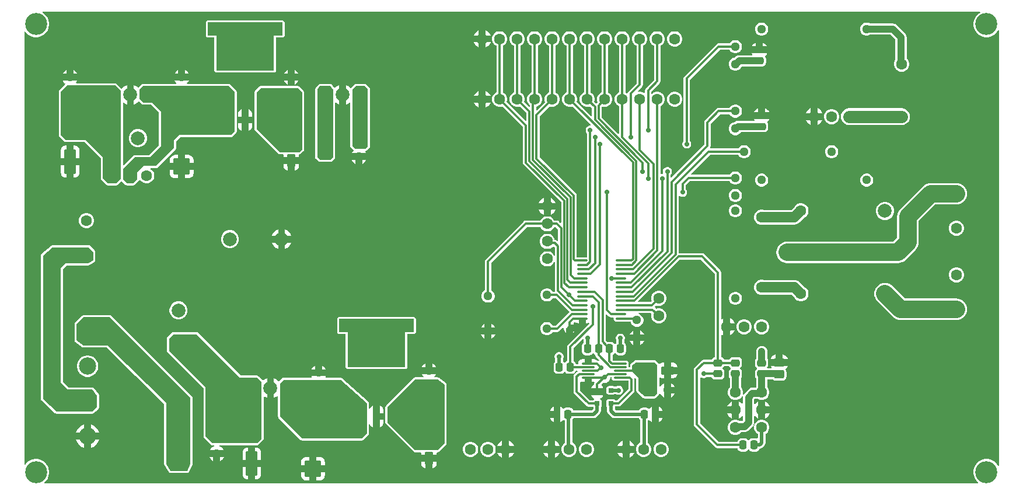
<source format=gtl>
G04*
G04 #@! TF.GenerationSoftware,Altium Limited,Altium Designer,21.9.2 (33)*
G04*
G04 Layer_Physical_Order=1*
G04 Layer_Color=16711680*
%FSLAX24Y24*%
%MOIN*%
G70*
G04*
G04 #@! TF.SameCoordinates,D973DA56-E0BB-4DEA-AE19-888B2019222A*
G04*
G04*
G04 #@! TF.FilePolarity,Positive*
G04*
G01*
G75*
%ADD10C,0.0118*%
G04:AMPARAMS|DCode=15|XSize=59.1mil|YSize=49.2mil|CornerRadius=12.3mil|HoleSize=0mil|Usage=FLASHONLY|Rotation=180.000|XOffset=0mil|YOffset=0mil|HoleType=Round|Shape=RoundedRectangle|*
%AMROUNDEDRECTD15*
21,1,0.0591,0.0246,0,0,180.0*
21,1,0.0344,0.0492,0,0,180.0*
1,1,0.0246,-0.0172,0.0123*
1,1,0.0246,0.0172,0.0123*
1,1,0.0246,0.0172,-0.0123*
1,1,0.0246,-0.0172,-0.0123*
%
%ADD15ROUNDEDRECTD15*%
G04:AMPARAMS|DCode=16|XSize=70.9mil|YSize=48.4mil|CornerRadius=4.8mil|HoleSize=0mil|Usage=FLASHONLY|Rotation=270.000|XOffset=0mil|YOffset=0mil|HoleType=Round|Shape=RoundedRectangle|*
%AMROUNDEDRECTD16*
21,1,0.0709,0.0387,0,0,270.0*
21,1,0.0612,0.0484,0,0,270.0*
1,1,0.0097,-0.0194,-0.0306*
1,1,0.0097,-0.0194,0.0306*
1,1,0.0097,0.0194,0.0306*
1,1,0.0097,0.0194,-0.0306*
%
%ADD16ROUNDEDRECTD16*%
G04:AMPARAMS|DCode=17|XSize=141.7mil|YSize=65mil|CornerRadius=6.5mil|HoleSize=0mil|Usage=FLASHONLY|Rotation=270.000|XOffset=0mil|YOffset=0mil|HoleType=Round|Shape=RoundedRectangle|*
%AMROUNDEDRECTD17*
21,1,0.1417,0.0520,0,0,270.0*
21,1,0.1287,0.0650,0,0,270.0*
1,1,0.0130,-0.0260,-0.0644*
1,1,0.0130,-0.0260,0.0644*
1,1,0.0130,0.0260,0.0644*
1,1,0.0130,0.0260,-0.0644*
%
%ADD17ROUNDEDRECTD17*%
G04:AMPARAMS|DCode=18|XSize=93.3mil|YSize=95.7mil|CornerRadius=9.3mil|HoleSize=0mil|Usage=FLASHONLY|Rotation=270.000|XOffset=0mil|YOffset=0mil|HoleType=Round|Shape=RoundedRectangle|*
%AMROUNDEDRECTD18*
21,1,0.0933,0.0770,0,0,270.0*
21,1,0.0746,0.0957,0,0,270.0*
1,1,0.0187,-0.0385,-0.0373*
1,1,0.0187,-0.0385,0.0373*
1,1,0.0187,0.0385,0.0373*
1,1,0.0187,0.0385,-0.0373*
%
%ADD18ROUNDEDRECTD18*%
G04:AMPARAMS|DCode=19|XSize=85mil|YSize=42.1mil|CornerRadius=10.5mil|HoleSize=0mil|Usage=FLASHONLY|Rotation=270.000|XOffset=0mil|YOffset=0mil|HoleType=Round|Shape=RoundedRectangle|*
%AMROUNDEDRECTD19*
21,1,0.0850,0.0211,0,0,270.0*
21,1,0.0640,0.0421,0,0,270.0*
1,1,0.0211,-0.0105,-0.0320*
1,1,0.0211,-0.0105,0.0320*
1,1,0.0211,0.0105,0.0320*
1,1,0.0211,0.0105,-0.0320*
%
%ADD19ROUNDEDRECTD19*%
G04:AMPARAMS|DCode=20|XSize=51.2mil|YSize=39.4mil|CornerRadius=9.8mil|HoleSize=0mil|Usage=FLASHONLY|Rotation=0.000|XOffset=0mil|YOffset=0mil|HoleType=Round|Shape=RoundedRectangle|*
%AMROUNDEDRECTD20*
21,1,0.0512,0.0197,0,0,0.0*
21,1,0.0315,0.0394,0,0,0.0*
1,1,0.0197,0.0157,-0.0098*
1,1,0.0197,-0.0157,-0.0098*
1,1,0.0197,-0.0157,0.0098*
1,1,0.0197,0.0157,0.0098*
%
%ADD20ROUNDEDRECTD20*%
G04:AMPARAMS|DCode=21|XSize=51.2mil|YSize=39.4mil|CornerRadius=9.8mil|HoleSize=0mil|Usage=FLASHONLY|Rotation=270.000|XOffset=0mil|YOffset=0mil|HoleType=Round|Shape=RoundedRectangle|*
%AMROUNDEDRECTD21*
21,1,0.0512,0.0197,0,0,270.0*
21,1,0.0315,0.0394,0,0,270.0*
1,1,0.0197,-0.0098,-0.0157*
1,1,0.0197,-0.0098,0.0157*
1,1,0.0197,0.0098,0.0157*
1,1,0.0197,0.0098,-0.0157*
%
%ADD21ROUNDEDRECTD21*%
G04:AMPARAMS|DCode=22|XSize=11.8mil|YSize=72.8mil|CornerRadius=3mil|HoleSize=0mil|Usage=FLASHONLY|Rotation=270.000|XOffset=0mil|YOffset=0mil|HoleType=Round|Shape=RoundedRectangle|*
%AMROUNDEDRECTD22*
21,1,0.0118,0.0669,0,0,270.0*
21,1,0.0059,0.0728,0,0,270.0*
1,1,0.0059,-0.0335,-0.0030*
1,1,0.0059,-0.0335,0.0030*
1,1,0.0059,0.0335,0.0030*
1,1,0.0059,0.0335,-0.0030*
%
%ADD22ROUNDEDRECTD22*%
G04:AMPARAMS|DCode=23|XSize=70.9mil|YSize=48.4mil|CornerRadius=4.8mil|HoleSize=0mil|Usage=FLASHONLY|Rotation=0.000|XOffset=0mil|YOffset=0mil|HoleType=Round|Shape=RoundedRectangle|*
%AMROUNDEDRECTD23*
21,1,0.0709,0.0387,0,0,0.0*
21,1,0.0612,0.0484,0,0,0.0*
1,1,0.0097,0.0306,-0.0194*
1,1,0.0097,-0.0306,-0.0194*
1,1,0.0097,-0.0306,0.0194*
1,1,0.0097,0.0306,0.0194*
%
%ADD23ROUNDEDRECTD23*%
%ADD24O,0.0630X0.0118*%
G04:AMPARAMS|DCode=25|XSize=23.6mil|YSize=27.6mil|CornerRadius=1.2mil|HoleSize=0mil|Usage=FLASHONLY|Rotation=270.000|XOffset=0mil|YOffset=0mil|HoleType=Round|Shape=RoundedRectangle|*
%AMROUNDEDRECTD25*
21,1,0.0236,0.0252,0,0,270.0*
21,1,0.0213,0.0276,0,0,270.0*
1,1,0.0024,-0.0126,-0.0106*
1,1,0.0024,-0.0126,0.0106*
1,1,0.0024,0.0126,0.0106*
1,1,0.0024,0.0126,-0.0106*
%
%ADD25ROUNDEDRECTD25*%
G04:AMPARAMS|DCode=26|XSize=39.4mil|YSize=27.6mil|CornerRadius=1.4mil|HoleSize=0mil|Usage=FLASHONLY|Rotation=270.000|XOffset=0mil|YOffset=0mil|HoleType=Round|Shape=RoundedRectangle|*
%AMROUNDEDRECTD26*
21,1,0.0394,0.0248,0,0,270.0*
21,1,0.0366,0.0276,0,0,270.0*
1,1,0.0028,-0.0124,-0.0183*
1,1,0.0028,-0.0124,0.0183*
1,1,0.0028,0.0124,0.0183*
1,1,0.0028,0.0124,-0.0183*
%
%ADD26ROUNDEDRECTD26*%
%ADD48C,0.0394*%
%ADD49C,0.0709*%
%ADD50C,0.0197*%
%ADD51C,0.0984*%
%ADD52C,0.0591*%
%ADD53C,0.1260*%
%ADD54C,0.0630*%
%ADD55C,0.0787*%
%ADD56C,0.0512*%
%ADD57C,0.0984*%
%ADD58C,0.0276*%
G36*
X65541Y39002D02*
X65429Y38927D01*
X65324Y38823D01*
X65243Y38701D01*
X65186Y38565D01*
X65157Y38420D01*
Y38273D01*
X65186Y38128D01*
X65243Y37992D01*
X65324Y37870D01*
X65429Y37765D01*
X65551Y37684D01*
X65687Y37627D01*
X65832Y37598D01*
X65979D01*
X66124Y37627D01*
X66260Y37684D01*
X66382Y37765D01*
X66487Y37870D01*
X66561Y37982D01*
X66611Y37972D01*
Y13131D01*
X66561Y13121D01*
X66487Y13233D01*
X66382Y13337D01*
X66260Y13419D01*
X66124Y13475D01*
X65979Y13504D01*
X65832D01*
X65687Y13475D01*
X65551Y13419D01*
X65429Y13337D01*
X65324Y13233D01*
X65243Y13110D01*
X65186Y12974D01*
X65157Y12830D01*
Y12682D01*
X65186Y12538D01*
X65243Y12402D01*
X65324Y12279D01*
X65425Y12179D01*
X65422Y12153D01*
X65415Y12129D01*
X12105D01*
X12098Y12153D01*
X12095Y12179D01*
X12195Y12279D01*
X12277Y12402D01*
X12333Y12538D01*
X12362Y12682D01*
Y12830D01*
X12333Y12974D01*
X12277Y13110D01*
X12195Y13233D01*
X12091Y13337D01*
X11968Y13419D01*
X11832Y13475D01*
X11688Y13504D01*
X11540D01*
X11396Y13475D01*
X11260Y13419D01*
X11137Y13337D01*
X11033Y13233D01*
X10998Y13180D01*
X10948Y13195D01*
Y37908D01*
X10998Y37923D01*
X11033Y37870D01*
X11137Y37765D01*
X11260Y37684D01*
X11396Y37627D01*
X11540Y37598D01*
X11688D01*
X11832Y37627D01*
X11968Y37684D01*
X12091Y37765D01*
X12195Y37870D01*
X12277Y37992D01*
X12333Y38128D01*
X12362Y38273D01*
Y38420D01*
X12333Y38565D01*
X12277Y38701D01*
X12195Y38823D01*
X12091Y38927D01*
X11979Y39002D01*
X11989Y39052D01*
X65531D01*
X65541Y39002D01*
D02*
G37*
%LPC*%
G36*
X37294Y37977D02*
Y37697D01*
X37574D01*
X37574Y37698D01*
X37507Y37814D01*
X37411Y37910D01*
X37295Y37977D01*
X37294Y37977D01*
D02*
G37*
G36*
X36900D02*
X36899Y37977D01*
X36783Y37910D01*
X36688Y37814D01*
X36620Y37698D01*
X36620Y37697D01*
X36900D01*
Y37977D01*
D02*
G37*
G36*
X53110Y38435D02*
X53012D01*
X52917Y38410D01*
X52831Y38360D01*
X52762Y38291D01*
X52712Y38205D01*
X52687Y38110D01*
Y38012D01*
X52712Y37917D01*
X52762Y37831D01*
X52831Y37762D01*
X52917Y37713D01*
X53012Y37687D01*
X53110D01*
X53205Y37713D01*
X53291Y37762D01*
X53360Y37831D01*
X53410Y37917D01*
X53435Y38012D01*
Y38110D01*
X53410Y38205D01*
X53360Y38291D01*
X53291Y38360D01*
X53205Y38410D01*
X53110Y38435D01*
D02*
G37*
G36*
X53133Y37267D02*
Y37073D01*
X53372D01*
X53351Y37123D01*
X53304Y37185D01*
X53242Y37232D01*
X53171Y37262D01*
X53133Y37267D01*
D02*
G37*
G36*
X52739D02*
X52701Y37262D01*
X52630Y37232D01*
X52568Y37185D01*
X52521Y37123D01*
X52500Y37073D01*
X52739D01*
Y37267D01*
D02*
G37*
G36*
X48154Y37933D02*
X48040D01*
X47930Y37904D01*
X47831Y37847D01*
X47751Y37766D01*
X47693Y37667D01*
X47664Y37557D01*
Y37443D01*
X47693Y37333D01*
X47751Y37234D01*
X47831Y37153D01*
X47930Y37096D01*
X48040Y37067D01*
X48154D01*
X48264Y37096D01*
X48363Y37153D01*
X48444Y37234D01*
X48501Y37333D01*
X48530Y37443D01*
Y37557D01*
X48501Y37667D01*
X48444Y37766D01*
X48363Y37847D01*
X48264Y37904D01*
X48154Y37933D01*
D02*
G37*
G36*
X37574Y37303D02*
X37294D01*
Y37023D01*
X37295Y37023D01*
X37411Y37090D01*
X37507Y37186D01*
X37574Y37302D01*
X37574Y37303D01*
D02*
G37*
G36*
X36900D02*
X36620D01*
X36620Y37302D01*
X36688Y37186D01*
X36783Y37090D01*
X36899Y37023D01*
X36900Y37023D01*
Y37303D01*
D02*
G37*
G36*
X51610Y37435D02*
X51512D01*
X51417Y37410D01*
X51331Y37360D01*
X51262Y37291D01*
X51233Y37242D01*
X50604D01*
X50535Y37228D01*
X50477Y37189D01*
X48652Y35364D01*
X48613Y35305D01*
X48599Y35236D01*
Y31677D01*
X48575Y31653D01*
X48541Y31595D01*
X48524Y31530D01*
Y31462D01*
X48541Y31397D01*
X48575Y31339D01*
X48622Y31291D01*
X48681Y31258D01*
X48746Y31240D01*
X48813D01*
X48878Y31258D01*
X48937Y31291D01*
X48984Y31339D01*
X49018Y31397D01*
X49035Y31462D01*
Y31530D01*
X49018Y31595D01*
X48984Y31653D01*
X48960Y31677D01*
Y35161D01*
X50679Y36880D01*
X51233D01*
X51262Y36831D01*
X51331Y36762D01*
X51417Y36713D01*
X51512Y36687D01*
X51610D01*
X51705Y36713D01*
X51791Y36762D01*
X51860Y36831D01*
X51910Y36917D01*
X51935Y37012D01*
Y37110D01*
X51910Y37205D01*
X51860Y37291D01*
X51791Y37360D01*
X51705Y37410D01*
X51610Y37435D01*
D02*
G37*
G36*
X53372Y36679D02*
X52500D01*
X52521Y36629D01*
X52532Y36614D01*
X52507Y36564D01*
X51778D01*
X51696Y36553D01*
X51619Y36521D01*
X51553Y36471D01*
X51518Y36435D01*
X51512D01*
X51417Y36410D01*
X51331Y36360D01*
X51262Y36291D01*
X51213Y36205D01*
X51187Y36110D01*
Y36012D01*
X51213Y35917D01*
X51262Y35831D01*
X51331Y35762D01*
X51417Y35712D01*
X51512Y35687D01*
X51610D01*
X51705Y35712D01*
X51791Y35762D01*
X51860Y35831D01*
X51910Y35917D01*
X51913Y35928D01*
X52771D01*
X52779Y35927D01*
X53094D01*
X53178Y35944D01*
X53250Y35992D01*
X53297Y36063D01*
X53314Y36148D01*
Y36344D01*
X53297Y36429D01*
X53265Y36477D01*
X53251Y36503D01*
X53274Y36544D01*
X53304Y36567D01*
X53351Y36629D01*
X53372Y36679D01*
D02*
G37*
G36*
X59110Y38435D02*
X59012D01*
X58917Y38410D01*
X58831Y38360D01*
X58762Y38291D01*
X58713Y38205D01*
X58687Y38110D01*
Y38012D01*
X58713Y37917D01*
X58762Y37831D01*
X58831Y37762D01*
X58917Y37713D01*
X59012Y37687D01*
X59110D01*
X59205Y37713D01*
X59259Y37743D01*
X60429D01*
X60706Y37467D01*
Y36312D01*
X60657Y36228D01*
X60628Y36118D01*
Y36004D01*
X60657Y35894D01*
X60714Y35795D01*
X60795Y35714D01*
X60894Y35657D01*
X61004Y35628D01*
X61118D01*
X61228Y35657D01*
X61327Y35714D01*
X61408Y35795D01*
X61465Y35894D01*
X61494Y36004D01*
Y36118D01*
X61465Y36228D01*
X61408Y36327D01*
X61341Y36393D01*
Y37598D01*
X61330Y37681D01*
X61299Y37757D01*
X61248Y37823D01*
X60786Y38286D01*
X60720Y38336D01*
X60643Y38368D01*
X60561Y38379D01*
X59259D01*
X59205Y38410D01*
X59110Y38435D01*
D02*
G37*
G36*
X25687Y38566D02*
X21435D01*
X21389Y38557D01*
X21350Y38531D01*
X21324Y38492D01*
X21315Y38446D01*
Y37694D01*
X21324Y37648D01*
X21350Y37609D01*
X21389Y37583D01*
X21435Y37573D01*
X21801D01*
Y35694D01*
X21810Y35648D01*
X21836Y35609D01*
X21875Y35583D01*
X21921Y35573D01*
X25201D01*
X25247Y35583D01*
X25286Y35609D01*
X25312Y35648D01*
X25321Y35694D01*
Y37573D01*
X25687D01*
X25733Y37583D01*
X25772Y37609D01*
X25798Y37648D01*
X25807Y37694D01*
Y38446D01*
X25798Y38492D01*
X25772Y38531D01*
X25733Y38557D01*
X25687Y38566D01*
D02*
G37*
G36*
X26383Y35720D02*
Y35508D01*
X26595D01*
X26548Y35589D01*
X26464Y35673D01*
X26383Y35720D01*
D02*
G37*
G36*
X20133D02*
Y35508D01*
X20345D01*
X20298Y35589D01*
X20214Y35673D01*
X20133Y35720D01*
D02*
G37*
G36*
X13758D02*
Y35508D01*
X13970D01*
X13923Y35589D01*
X13839Y35673D01*
X13758Y35720D01*
D02*
G37*
G36*
X25989D02*
X25908Y35673D01*
X25824Y35589D01*
X25777Y35508D01*
X25989D01*
Y35720D01*
D02*
G37*
G36*
X19739D02*
X19658Y35673D01*
X19574Y35589D01*
X19527Y35508D01*
X19739D01*
Y35720D01*
D02*
G37*
G36*
X13364D02*
X13283Y35673D01*
X13199Y35589D01*
X13152Y35508D01*
X13364D01*
Y35720D01*
D02*
G37*
G36*
X20345Y35114D02*
X19936D01*
X19527D01*
X19574Y35033D01*
X19633Y34974D01*
X19612Y34924D01*
X17717D01*
X17717Y34924D01*
X17670Y34914D01*
X17631Y34888D01*
X17447Y34704D01*
X17381Y34770D01*
X17285Y34834D01*
X17202Y34869D01*
Y34311D01*
Y33753D01*
X17285Y33788D01*
X17381Y33852D01*
X17464Y33935D01*
X17474Y33936D01*
X17679Y33766D01*
X17695Y33757D01*
X17710Y33747D01*
X17715Y33746D01*
X17720Y33743D01*
X17738Y33741D01*
X17756Y33738D01*
X18178D01*
X18620Y33297D01*
Y32008D01*
Y31428D01*
X18060Y30868D01*
X17244D01*
X17198Y30859D01*
X17159Y30833D01*
X17159Y30833D01*
X16623Y30298D01*
X16577Y30317D01*
Y33838D01*
X16623Y33857D01*
X16628Y33852D01*
X16725Y33788D01*
X16808Y33753D01*
Y34311D01*
Y34869D01*
X16725Y34834D01*
X16628Y34770D01*
X16546Y34687D01*
X16536Y34673D01*
X16487Y34668D01*
X16227Y34928D01*
X16188Y34954D01*
X16142Y34963D01*
X16142Y34963D01*
X13919D01*
X13899Y35009D01*
X13923Y35033D01*
X13970Y35114D01*
X13561D01*
X13152D01*
X13199Y35033D01*
X13269Y34963D01*
X13283Y34948D01*
X13271Y34898D01*
X12946Y34573D01*
X12946Y34573D01*
X12920Y34534D01*
X12911Y34488D01*
X12911Y34488D01*
Y32008D01*
X12911Y32008D01*
X12920Y31962D01*
X12946Y31923D01*
X12946Y31923D01*
X13222Y31647D01*
X13261Y31621D01*
X13307Y31612D01*
X13307Y31612D01*
X14399D01*
X15313Y30698D01*
Y29528D01*
X15313Y29528D01*
X15322Y29481D01*
X15348Y29442D01*
X15348Y29442D01*
X15624Y29167D01*
X15663Y29141D01*
X15709Y29132D01*
X15709Y29132D01*
X16181D01*
X16181Y29132D01*
X16227Y29141D01*
X16266Y29167D01*
X16266Y29167D01*
X16496Y29397D01*
X16726Y29167D01*
X16765Y29141D01*
X16811Y29132D01*
X16811Y29132D01*
X17165D01*
X17165Y29132D01*
X17211Y29141D01*
X17251Y29167D01*
X17487Y29403D01*
X17513Y29442D01*
X17514Y29450D01*
X17567Y29459D01*
X17589Y29420D01*
X17670Y29339D01*
X17769Y29282D01*
X17879Y29253D01*
X17993D01*
X18103Y29282D01*
X18202Y29339D01*
X18283Y29420D01*
X18340Y29519D01*
X18369Y29629D01*
Y29743D01*
X18340Y29853D01*
X18283Y29952D01*
X18202Y30033D01*
X18144Y30066D01*
X18158Y30116D01*
X18465D01*
X18465Y30116D01*
X18511Y30125D01*
X18550Y30151D01*
X18550Y30151D01*
X19573Y31175D01*
X19599Y31214D01*
X19609Y31260D01*
X19609Y31260D01*
Y31643D01*
X19853Y31887D01*
X22756D01*
X22802Y31897D01*
X22841Y31923D01*
X22841Y31923D01*
X23038Y32120D01*
X23064Y32159D01*
X23073Y32205D01*
X23073Y32205D01*
Y34488D01*
X23073Y34488D01*
X23064Y34534D01*
X23038Y34573D01*
X23038Y34573D01*
X22723Y34888D01*
X22684Y34914D01*
X22638Y34924D01*
X22638Y34924D01*
X20260D01*
X20239Y34974D01*
X20298Y35033D01*
X20345Y35114D01*
D02*
G37*
G36*
X28419Y34924D02*
X27835D01*
X27828Y34922D01*
X27821Y34923D01*
X27805Y34918D01*
X27789Y34914D01*
X27783Y34911D01*
X27777Y34909D01*
X27764Y34898D01*
X27749Y34888D01*
X27746Y34883D01*
X27741Y34878D01*
X27583Y34682D01*
X27575Y34666D01*
X27566Y34652D01*
X27565Y34646D01*
X27562Y34640D01*
X27560Y34623D01*
X27557Y34606D01*
Y30748D01*
X27566Y30702D01*
X27592Y30663D01*
X27749Y30505D01*
X27749Y30505D01*
X27789Y30479D01*
X27835Y30470D01*
X27835Y30470D01*
X28409D01*
X28427Y30474D01*
X28445Y30476D01*
X28450Y30478D01*
X28456Y30479D01*
X28471Y30489D01*
X28487Y30498D01*
X28660Y30642D01*
X28663Y30647D01*
X28668Y30650D01*
X28678Y30665D01*
X28689Y30679D01*
X28691Y30684D01*
X28694Y30689D01*
X28697Y30707D01*
X28703Y30724D01*
X28702Y30729D01*
X28703Y30735D01*
Y33837D01*
X28749Y33856D01*
X28753Y33852D01*
X28850Y33788D01*
X28933Y33753D01*
Y34311D01*
Y34869D01*
X28850Y34834D01*
X28753Y34770D01*
X28695Y34711D01*
X28632Y34713D01*
X28517Y34874D01*
X28509Y34880D01*
X28504Y34888D01*
X28492Y34896D01*
X28482Y34906D01*
X28473Y34909D01*
X28465Y34914D01*
X28451Y34917D01*
X28438Y34922D01*
X28428Y34922D01*
X28419Y34924D01*
D02*
G37*
G36*
X26595Y35114D02*
X26383D01*
Y34902D01*
X26464Y34949D01*
X26548Y35033D01*
X26595Y35114D01*
D02*
G37*
G36*
X25989D02*
X25777D01*
X25824Y35033D01*
X25908Y34949D01*
X25989Y34902D01*
Y35114D01*
D02*
G37*
G36*
X26575Y34805D02*
X26575Y34805D01*
X24449D01*
X24449Y34805D01*
X24403Y34796D01*
X24364Y34770D01*
X24127Y34534D01*
X24101Y34495D01*
X24092Y34449D01*
X24092Y34449D01*
Y32362D01*
X24101Y32316D01*
X24127Y32277D01*
X24127Y32277D01*
X25466Y30938D01*
X25505Y30912D01*
X25551Y30903D01*
X25551Y30903D01*
X25713D01*
X25745Y30865D01*
X25742Y30851D01*
Y30742D01*
X26186D01*
X26630D01*
Y30851D01*
X26626Y30870D01*
X26654Y30903D01*
X26700Y30912D01*
X26739Y30938D01*
X26739Y30938D01*
X26896Y31096D01*
X26922Y31135D01*
X26931Y31181D01*
X26931Y31181D01*
Y34449D01*
X26922Y34495D01*
X26896Y34534D01*
X26660Y34770D01*
X26660Y34770D01*
X26621Y34796D01*
X26575Y34805D01*
D02*
G37*
G36*
X29882Y34924D02*
X29836Y34914D01*
X29797Y34888D01*
X29626Y34718D01*
X29596Y34694D01*
X29558Y34718D01*
X29506Y34770D01*
X29410Y34834D01*
X29327Y34869D01*
Y34311D01*
Y33753D01*
X29410Y33788D01*
X29506Y33852D01*
X29518Y33864D01*
X29565Y33845D01*
Y31364D01*
X29566Y31358D01*
X29565Y31352D01*
X29570Y31335D01*
X29574Y31318D01*
X29577Y31313D01*
X29579Y31307D01*
X29590Y31294D01*
X29600Y31279D01*
X29605Y31275D01*
X29609Y31271D01*
X29750Y31155D01*
X29752Y31105D01*
X29699Y31052D01*
X29652Y30970D01*
X30061D01*
X30470D01*
X30423Y31052D01*
X30423Y31052D01*
X30436Y31097D01*
X30442Y31104D01*
X30457Y31106D01*
X30461Y31108D01*
X30466Y31109D01*
X30482Y31120D01*
X30498Y31129D01*
X30649Y31258D01*
X30652Y31262D01*
X30656Y31265D01*
X30667Y31281D01*
X30678Y31295D01*
X30680Y31300D01*
X30682Y31304D01*
X30686Y31322D01*
X30691Y31341D01*
X30691Y31345D01*
X30691Y31350D01*
Y34624D01*
X30687Y34646D01*
X30683Y34668D01*
X30682Y34669D01*
X30682Y34670D01*
X30670Y34688D01*
X30658Y34707D01*
X30484Y34887D01*
X30483Y34887D01*
X30483Y34888D01*
X30464Y34901D01*
X30446Y34914D01*
X30445Y34914D01*
X30444Y34914D01*
X30422Y34919D01*
X30400Y34924D01*
X30399Y34923D01*
X30398Y34924D01*
X29882D01*
X29882Y34924D01*
D02*
G37*
G36*
X47154Y37933D02*
X47040D01*
X46930Y37904D01*
X46831Y37847D01*
X46751Y37766D01*
X46693Y37667D01*
X46664Y37557D01*
Y37443D01*
X46693Y37333D01*
X46751Y37234D01*
X46831Y37153D01*
X46916Y37104D01*
Y35158D01*
X46447Y34689D01*
X46408Y34630D01*
X46394Y34561D01*
Y34432D01*
X46344Y34407D01*
X46264Y34454D01*
X46154Y34483D01*
X46040D01*
X46023Y34479D01*
X45997Y34523D01*
X46225Y34751D01*
X46264Y34809D01*
X46278Y34879D01*
Y37104D01*
X46363Y37153D01*
X46444Y37234D01*
X46501Y37333D01*
X46530Y37443D01*
Y37557D01*
X46501Y37667D01*
X46444Y37766D01*
X46363Y37847D01*
X46264Y37904D01*
X46154Y37933D01*
X46040D01*
X45930Y37904D01*
X45831Y37847D01*
X45751Y37766D01*
X45693Y37667D01*
X45664Y37557D01*
Y37443D01*
X45693Y37333D01*
X45751Y37234D01*
X45831Y37153D01*
X45916Y37104D01*
Y34953D01*
X45463Y34500D01*
X45424Y34441D01*
X45418Y34412D01*
X45364Y34396D01*
X45363Y34397D01*
X45278Y34446D01*
Y37104D01*
X45363Y37153D01*
X45444Y37234D01*
X45501Y37333D01*
X45530Y37443D01*
Y37557D01*
X45501Y37667D01*
X45444Y37766D01*
X45363Y37847D01*
X45264Y37904D01*
X45154Y37933D01*
X45040D01*
X44930Y37904D01*
X44831Y37847D01*
X44751Y37766D01*
X44693Y37667D01*
X44664Y37557D01*
Y37443D01*
X44693Y37333D01*
X44751Y37234D01*
X44831Y37153D01*
X44916Y37104D01*
Y34446D01*
X44831Y34397D01*
X44751Y34316D01*
X44693Y34217D01*
X44664Y34107D01*
Y33993D01*
X44693Y33883D01*
X44751Y33784D01*
X44831Y33703D01*
X44916Y33654D01*
Y32097D01*
X44870Y32078D01*
X43921Y33028D01*
Y33603D01*
X43963Y33638D01*
X44040Y33617D01*
X44154D01*
X44264Y33646D01*
X44363Y33703D01*
X44444Y33784D01*
X44501Y33883D01*
X44530Y33993D01*
Y34107D01*
X44501Y34217D01*
X44444Y34316D01*
X44363Y34397D01*
X44278Y34446D01*
Y37104D01*
X44363Y37153D01*
X44444Y37234D01*
X44501Y37333D01*
X44530Y37443D01*
Y37557D01*
X44501Y37667D01*
X44444Y37766D01*
X44363Y37847D01*
X44264Y37904D01*
X44154Y37933D01*
X44040D01*
X43930Y37904D01*
X43831Y37847D01*
X43751Y37766D01*
X43693Y37667D01*
X43664Y37557D01*
Y37443D01*
X43693Y37333D01*
X43751Y37234D01*
X43831Y37153D01*
X43916Y37104D01*
Y34446D01*
X43831Y34397D01*
X43751Y34316D01*
X43693Y34217D01*
X43664Y34107D01*
Y33993D01*
X43689Y33898D01*
X43612Y33821D01*
X43584Y33818D01*
X43505Y33898D01*
X43530Y33993D01*
Y34107D01*
X43501Y34217D01*
X43444Y34316D01*
X43363Y34397D01*
X43278Y34446D01*
Y37104D01*
X43363Y37153D01*
X43444Y37234D01*
X43501Y37333D01*
X43530Y37443D01*
Y37557D01*
X43501Y37667D01*
X43444Y37766D01*
X43363Y37847D01*
X43264Y37904D01*
X43154Y37933D01*
X43040D01*
X42930Y37904D01*
X42831Y37847D01*
X42751Y37766D01*
X42693Y37667D01*
X42664Y37557D01*
Y37443D01*
X42693Y37333D01*
X42751Y37234D01*
X42831Y37153D01*
X42916Y37104D01*
Y34446D01*
X42831Y34397D01*
X42751Y34316D01*
X42693Y34217D01*
X42664Y34107D01*
Y33993D01*
X42693Y33883D01*
X42751Y33784D01*
X42831Y33703D01*
X42930Y33646D01*
X43040Y33617D01*
X43154D01*
X43249Y33642D01*
X43363Y33529D01*
Y33105D01*
X43316Y33086D01*
X42505Y33898D01*
X42530Y33993D01*
Y34107D01*
X42501Y34217D01*
X42444Y34316D01*
X42363Y34397D01*
X42278Y34446D01*
Y37104D01*
X42363Y37153D01*
X42444Y37234D01*
X42501Y37333D01*
X42530Y37443D01*
Y37557D01*
X42501Y37667D01*
X42444Y37766D01*
X42363Y37847D01*
X42264Y37904D01*
X42154Y37933D01*
X42040D01*
X41930Y37904D01*
X41831Y37847D01*
X41751Y37766D01*
X41693Y37667D01*
X41664Y37557D01*
Y37443D01*
X41693Y37333D01*
X41751Y37234D01*
X41831Y37153D01*
X41916Y37104D01*
Y34446D01*
X41831Y34397D01*
X41751Y34316D01*
X41693Y34217D01*
X41664Y34107D01*
Y33993D01*
X41693Y33883D01*
X41751Y33784D01*
X41831Y33703D01*
X41930Y33646D01*
X42040Y33617D01*
X42154D01*
X42249Y33642D01*
X43303Y32589D01*
X43282Y32539D01*
X43234D01*
X43169Y32522D01*
X43111Y32488D01*
X43063Y32441D01*
X43029Y32382D01*
X43012Y32317D01*
Y32250D01*
X43029Y32185D01*
X43063Y32126D01*
X43087Y32102D01*
Y25030D01*
X42503D01*
Y28543D01*
X42490Y28612D01*
X42451Y28671D01*
X40377Y30744D01*
Y33075D01*
X40945Y33642D01*
X41040Y33617D01*
X41154D01*
X41264Y33646D01*
X41363Y33703D01*
X41444Y33784D01*
X41501Y33883D01*
X41530Y33993D01*
Y34107D01*
X41501Y34217D01*
X41444Y34316D01*
X41363Y34397D01*
X41278Y34446D01*
Y37104D01*
X41363Y37153D01*
X41444Y37234D01*
X41501Y37333D01*
X41530Y37443D01*
Y37557D01*
X41501Y37667D01*
X41444Y37766D01*
X41363Y37847D01*
X41264Y37904D01*
X41154Y37933D01*
X41040D01*
X40930Y37904D01*
X40831Y37847D01*
X40751Y37766D01*
X40693Y37667D01*
X40664Y37557D01*
Y37443D01*
X40693Y37333D01*
X40751Y37234D01*
X40831Y37153D01*
X40916Y37104D01*
Y34446D01*
X40831Y34397D01*
X40751Y34316D01*
X40693Y34217D01*
X40664Y34107D01*
Y33993D01*
X40689Y33898D01*
X40227Y33435D01*
X40181Y33454D01*
Y33624D01*
X40264Y33646D01*
X40363Y33703D01*
X40444Y33784D01*
X40501Y33883D01*
X40530Y33993D01*
Y34107D01*
X40501Y34217D01*
X40444Y34316D01*
X40363Y34397D01*
X40278Y34446D01*
Y37104D01*
X40363Y37153D01*
X40444Y37234D01*
X40501Y37333D01*
X40530Y37443D01*
Y37557D01*
X40501Y37667D01*
X40444Y37766D01*
X40363Y37847D01*
X40264Y37904D01*
X40154Y37933D01*
X40040D01*
X39930Y37904D01*
X39831Y37847D01*
X39751Y37766D01*
X39693Y37667D01*
X39664Y37557D01*
Y37443D01*
X39693Y37333D01*
X39751Y37234D01*
X39831Y37153D01*
X39916Y37104D01*
Y34446D01*
X39831Y34397D01*
X39751Y34316D01*
X39693Y34217D01*
X39664Y34107D01*
Y33993D01*
X39693Y33883D01*
X39751Y33784D01*
X39819Y33715D01*
Y33648D01*
X39773Y33629D01*
X39505Y33898D01*
X39530Y33993D01*
Y34107D01*
X39501Y34217D01*
X39444Y34316D01*
X39363Y34397D01*
X39278Y34446D01*
Y37104D01*
X39363Y37153D01*
X39444Y37234D01*
X39501Y37333D01*
X39530Y37443D01*
Y37557D01*
X39501Y37667D01*
X39444Y37766D01*
X39363Y37847D01*
X39264Y37904D01*
X39154Y37933D01*
X39040D01*
X38930Y37904D01*
X38831Y37847D01*
X38751Y37766D01*
X38693Y37667D01*
X38664Y37557D01*
Y37443D01*
X38693Y37333D01*
X38751Y37234D01*
X38831Y37153D01*
X38916Y37104D01*
Y34446D01*
X38831Y34397D01*
X38751Y34316D01*
X38693Y34217D01*
X38664Y34107D01*
Y33993D01*
X38693Y33883D01*
X38751Y33784D01*
X38831Y33703D01*
X38930Y33646D01*
X39040Y33617D01*
X39154D01*
X39249Y33642D01*
X39623Y33269D01*
Y32845D01*
X39576Y32826D01*
X38505Y33898D01*
X38530Y33993D01*
Y34107D01*
X38501Y34217D01*
X38444Y34316D01*
X38363Y34397D01*
X38278Y34446D01*
Y37104D01*
X38363Y37153D01*
X38444Y37234D01*
X38501Y37333D01*
X38530Y37443D01*
Y37557D01*
X38501Y37667D01*
X38444Y37766D01*
X38363Y37847D01*
X38264Y37904D01*
X38154Y37933D01*
X38040D01*
X37930Y37904D01*
X37831Y37847D01*
X37751Y37766D01*
X37693Y37667D01*
X37664Y37557D01*
Y37443D01*
X37693Y37333D01*
X37751Y37234D01*
X37831Y37153D01*
X37916Y37104D01*
Y34446D01*
X37831Y34397D01*
X37751Y34316D01*
X37693Y34217D01*
X37664Y34107D01*
Y33993D01*
X37693Y33883D01*
X37751Y33784D01*
X37831Y33703D01*
X37930Y33646D01*
X38040Y33617D01*
X38154D01*
X38249Y33642D01*
X39426Y32466D01*
Y30433D01*
X39439Y30364D01*
X39479Y30305D01*
X41611Y28173D01*
Y27017D01*
X41565Y26998D01*
X41499Y27064D01*
X41440Y27103D01*
X41371Y27117D01*
X41207D01*
X41158Y27202D01*
X41077Y27283D01*
X40978Y27340D01*
X40868Y27369D01*
X40754D01*
X40644Y27340D01*
X40545Y27283D01*
X40464Y27202D01*
X40415Y27117D01*
X39574D01*
X39505Y27103D01*
X39446Y27064D01*
X37308Y24926D01*
X37269Y24867D01*
X37255Y24798D01*
Y23139D01*
X37206Y23110D01*
X37137Y23041D01*
X37088Y22955D01*
X37062Y22860D01*
Y22762D01*
X37088Y22667D01*
X37137Y22581D01*
X37206Y22512D01*
X37292Y22462D01*
X37387Y22437D01*
X37485D01*
X37580Y22462D01*
X37666Y22512D01*
X37735Y22581D01*
X37785Y22667D01*
X37810Y22762D01*
Y22860D01*
X37785Y22955D01*
X37735Y23041D01*
X37666Y23110D01*
X37617Y23139D01*
Y24723D01*
X39649Y26755D01*
X40415D01*
X40464Y26670D01*
X40545Y26589D01*
X40644Y26532D01*
X40754Y26503D01*
X40868D01*
X40978Y26532D01*
X41077Y26589D01*
X41158Y26670D01*
X41207Y26755D01*
X41296D01*
X41434Y26618D01*
Y25974D01*
X41387Y25955D01*
X41376Y25966D01*
X41318Y26005D01*
X41249Y26019D01*
X41237D01*
X41215Y26103D01*
X41158Y26202D01*
X41077Y26283D01*
X40978Y26340D01*
X40868Y26369D01*
X40754D01*
X40644Y26340D01*
X40545Y26283D01*
X40464Y26202D01*
X40407Y26103D01*
X40378Y25993D01*
Y25879D01*
X40407Y25769D01*
X40464Y25670D01*
X40545Y25589D01*
X40644Y25532D01*
X40754Y25503D01*
X40868D01*
X40978Y25532D01*
X41077Y25589D01*
X41145Y25657D01*
X41174D01*
X41256Y25575D01*
Y25131D01*
X41206Y25117D01*
X41158Y25202D01*
X41077Y25283D01*
X40978Y25340D01*
X40868Y25369D01*
X40754D01*
X40644Y25340D01*
X40545Y25283D01*
X40464Y25202D01*
X40407Y25103D01*
X40378Y24993D01*
Y24879D01*
X40407Y24769D01*
X40464Y24670D01*
X40545Y24589D01*
X40644Y24532D01*
X40754Y24503D01*
X40868D01*
X40978Y24532D01*
X41077Y24589D01*
X41158Y24670D01*
X41206Y24755D01*
X41256Y24741D01*
Y23122D01*
X41260Y23102D01*
X41229Y23063D01*
X41125D01*
X41096Y23112D01*
X41027Y23182D01*
X40941Y23231D01*
X40846Y23257D01*
X40748D01*
X40653Y23231D01*
X40567Y23182D01*
X40498Y23112D01*
X40449Y23027D01*
X40423Y22932D01*
Y22833D01*
X40449Y22738D01*
X40498Y22653D01*
X40567Y22583D01*
X40653Y22534D01*
X40748Y22509D01*
X40846D01*
X40941Y22534D01*
X41027Y22583D01*
X41096Y22653D01*
X41125Y22702D01*
X41294D01*
X42084Y21912D01*
X42084Y21906D01*
X41303Y21126D01*
X41134D01*
X41096Y21191D01*
X41027Y21261D01*
X40941Y21310D01*
X40846Y21335D01*
X40748D01*
X40653Y21310D01*
X40567Y21261D01*
X40498Y21191D01*
X40449Y21106D01*
X40423Y21011D01*
Y20912D01*
X40449Y20817D01*
X40498Y20732D01*
X40567Y20662D01*
X40653Y20613D01*
X40748Y20587D01*
X40846D01*
X40941Y20613D01*
X41027Y20662D01*
X41096Y20732D01*
X41115Y20764D01*
X41378D01*
X41447Y20778D01*
X41506Y20817D01*
X41702Y21013D01*
X41752Y20993D01*
Y20940D01*
X41775Y20855D01*
X41819Y20779D01*
X41881Y20716D01*
X41890Y20711D01*
Y20984D01*
X42087D01*
Y21181D01*
X42359D01*
X42354Y21190D01*
X42320Y21224D01*
X42320Y21291D01*
X42351Y21322D01*
X42395Y21340D01*
X42449Y21299D01*
X42511Y21273D01*
X42578Y21265D01*
X42637D01*
Y21523D01*
X43031D01*
Y21265D01*
X43090D01*
X43156Y21273D01*
X43180Y21283D01*
X43209Y21241D01*
X41998Y20030D01*
X41959Y19972D01*
X41945Y19903D01*
Y19110D01*
X41943Y19110D01*
X41871Y19062D01*
X41841Y19016D01*
X41782D01*
X41751Y19062D01*
X41713Y19087D01*
Y19228D01*
X41727Y19252D01*
X41744Y19317D01*
Y19384D01*
X41727Y19449D01*
X41693Y19508D01*
X41645Y19555D01*
X41587Y19589D01*
X41522Y19606D01*
X41455D01*
X41389Y19589D01*
X41331Y19555D01*
X41283Y19508D01*
X41250Y19449D01*
X41232Y19384D01*
Y19317D01*
X41250Y19252D01*
X41271Y19214D01*
Y19082D01*
X41242Y19062D01*
X41194Y18990D01*
X41177Y18906D01*
Y18591D01*
X41194Y18507D01*
X41242Y18435D01*
X41313Y18387D01*
X41398Y18370D01*
X41594D01*
X41679Y18387D01*
X41751Y18435D01*
X41782Y18481D01*
X41841D01*
X41871Y18435D01*
X41943Y18387D01*
X42028Y18370D01*
X42224D01*
X42309Y18387D01*
X42381Y18435D01*
X42428Y18507D01*
X42441Y18568D01*
X42536D01*
X42551Y18518D01*
X42512Y18492D01*
X42372Y18352D01*
X42333Y18294D01*
X42319Y18224D01*
Y17346D01*
X42333Y17277D01*
X42372Y17219D01*
X43046Y16545D01*
X43104Y16506D01*
X43173Y16493D01*
X43444D01*
X43447Y16489D01*
Y16357D01*
X43371Y16282D01*
X42308D01*
X42303Y16303D01*
X42256Y16375D01*
X42184Y16422D01*
X42099Y16439D01*
X41903D01*
X41818Y16422D01*
X41770Y16390D01*
X41744Y16376D01*
X41703Y16399D01*
X41680Y16429D01*
X41618Y16476D01*
X41568Y16497D01*
Y16061D01*
Y15625D01*
X41618Y15646D01*
X41680Y15693D01*
X41703Y15723D01*
X41744Y15746D01*
X41770Y15732D01*
X41810Y15705D01*
Y14416D01*
X41795Y14408D01*
X41714Y14327D01*
X41657Y14228D01*
X41628Y14118D01*
Y14004D01*
X41657Y13894D01*
X41714Y13795D01*
X41795Y13714D01*
X41894Y13657D01*
X42004Y13628D01*
X42118D01*
X42228Y13657D01*
X42327Y13714D01*
X42408Y13795D01*
X42465Y13894D01*
X42494Y14004D01*
Y14118D01*
X42465Y14228D01*
X42408Y14327D01*
X42327Y14408D01*
X42252Y14451D01*
Y15745D01*
X42256Y15747D01*
X42303Y15819D01*
X42308Y15840D01*
X43463D01*
X43547Y15857D01*
X43619Y15905D01*
X43823Y16110D01*
X43871Y16181D01*
X43888Y16266D01*
Y16489D01*
X43916Y16530D01*
X43926Y16581D01*
Y16793D01*
X43916Y16844D01*
X43887Y16887D01*
X43844Y16916D01*
X43838Y16917D01*
Y16968D01*
X43874Y16975D01*
X43943Y17021D01*
X43990Y17091D01*
X44003Y17159D01*
X43667D01*
X43331D01*
X43345Y17091D01*
X43391Y17021D01*
X43461Y16975D01*
X43496Y16968D01*
Y16917D01*
X43491Y16916D01*
X43448Y16887D01*
X43426Y16854D01*
X43248D01*
X42681Y17421D01*
Y17899D01*
X42731Y17923D01*
X42811Y17907D01*
X42949D01*
Y18167D01*
X43343D01*
Y17907D01*
X43480D01*
X43487Y17908D01*
X43517Y17863D01*
X43500Y17839D01*
X43487Y17770D01*
Y17743D01*
X43461Y17738D01*
X43391Y17691D01*
X43345Y17622D01*
X43331Y17553D01*
X43667D01*
X44003D01*
X43990Y17622D01*
X43943Y17691D01*
X43917Y17709D01*
X43912Y17759D01*
X44003Y17850D01*
X44031Y17843D01*
X44119D01*
X44204Y17865D01*
X44280Y17909D01*
X44343Y17972D01*
X44387Y18048D01*
X44409Y18133D01*
Y18184D01*
X44470D01*
X44479Y18171D01*
X44491Y18163D01*
Y18138D01*
X44503Y18080D01*
X44535Y18031D01*
X44584Y17999D01*
X44642Y17987D01*
X44973D01*
X44976Y17987D01*
X45441D01*
Y17508D01*
X44801Y16868D01*
X44687D01*
X44674Y16887D01*
X44631Y16916D01*
X44581Y16926D01*
X44329D01*
X44278Y16916D01*
X44235Y16887D01*
X44206Y16844D01*
X44196Y16793D01*
Y16581D01*
X44206Y16530D01*
X44234Y16489D01*
Y16246D01*
X44251Y16162D01*
X44299Y16090D01*
X44484Y15905D01*
X44555Y15857D01*
X44640Y15840D01*
X46064D01*
X46069Y15819D01*
X46117Y15747D01*
X46120Y15745D01*
Y14451D01*
X46045Y14408D01*
X45964Y14327D01*
X45907Y14228D01*
X45878Y14118D01*
Y14004D01*
X45907Y13894D01*
X45964Y13795D01*
X46045Y13714D01*
X46144Y13657D01*
X46254Y13628D01*
X46368D01*
X46478Y13657D01*
X46577Y13714D01*
X46658Y13795D01*
X46715Y13894D01*
X46744Y14004D01*
Y14118D01*
X46715Y14228D01*
X46658Y14327D01*
X46577Y14408D01*
X46562Y14416D01*
Y15705D01*
X46602Y15732D01*
X46628Y15746D01*
X46669Y15723D01*
X46692Y15693D01*
X46754Y15646D01*
X46804Y15625D01*
Y16061D01*
Y16497D01*
X46754Y16476D01*
X46692Y16429D01*
X46669Y16399D01*
X46628Y16376D01*
X46602Y16390D01*
X46554Y16422D01*
X46469Y16439D01*
X46273D01*
X46188Y16422D01*
X46117Y16375D01*
X46069Y16303D01*
X46064Y16282D01*
X44731D01*
X44675Y16338D01*
Y16489D01*
X44687Y16506D01*
X44876D01*
X44945Y16520D01*
X45004Y16559D01*
X45750Y17305D01*
X45789Y17364D01*
X45803Y17433D01*
Y18067D01*
X45794Y18111D01*
X45840Y18134D01*
X45903Y18064D01*
Y17402D01*
X45904Y17398D01*
X45903Y17394D01*
X45908Y17375D01*
X45912Y17355D01*
X45914Y17353D01*
X45915Y17349D01*
X45927Y17333D01*
X45938Y17316D01*
X45941Y17314D01*
X45944Y17312D01*
X46298Y16997D01*
X46315Y16986D01*
X46332Y16975D01*
X46335Y16975D01*
X46338Y16973D01*
X46358Y16970D01*
X46378Y16966D01*
X46929D01*
X46975Y16975D01*
X47014Y17001D01*
X47014Y17001D01*
X47172Y17159D01*
X47172Y17159D01*
X47198Y17198D01*
X47207Y17244D01*
X47214Y17254D01*
X47232Y17257D01*
X47271Y17249D01*
X47324Y17158D01*
X47408Y17074D01*
X47489Y17027D01*
Y17436D01*
Y17845D01*
X47408Y17798D01*
X47324Y17714D01*
X47264Y17611D01*
X47257Y17584D01*
X47207Y17591D01*
Y18138D01*
X47257Y18165D01*
X47300Y18136D01*
X47396Y18117D01*
X47505D01*
Y18561D01*
Y19005D01*
X47396D01*
X47300Y18986D01*
X47247Y18951D01*
X47239Y18949D01*
X47185Y18963D01*
X47184Y18964D01*
X47172Y18983D01*
X47172Y18983D01*
X47034Y19121D01*
X46995Y19147D01*
X46949Y19156D01*
X46949Y19156D01*
X45894D01*
X45877Y19153D01*
X45861Y19151D01*
X45855Y19148D01*
X45848Y19147D01*
X45834Y19137D01*
X45819Y19130D01*
X45595Y18953D01*
X45590Y18947D01*
X45584Y18943D01*
X45575Y18930D01*
X45564Y18917D01*
X45562Y18910D01*
X45558Y18904D01*
X45555Y18888D01*
X45550Y18872D01*
X45550Y18865D01*
X45549Y18858D01*
Y18742D01*
X45462D01*
Y18787D01*
X45450Y18845D01*
X45443Y18856D01*
X45450Y18868D01*
X45462Y18925D01*
Y18984D01*
X45450Y19042D01*
X45417Y19091D01*
X45369Y19123D01*
X45311Y19135D01*
X44979D01*
X44976Y19135D01*
X44585D01*
X44552Y19168D01*
Y19449D01*
X44554Y19450D01*
X44626Y19497D01*
X44657Y19544D01*
X44716D01*
X44746Y19497D01*
X44818Y19450D01*
X44903Y19433D01*
X45099D01*
X45184Y19450D01*
X45256Y19497D01*
X45303Y19569D01*
X45320Y19654D01*
Y19969D01*
X45303Y20053D01*
X45256Y20125D01*
X45214Y20152D01*
Y20292D01*
X45224Y20309D01*
X45241Y20375D01*
Y20442D01*
X45224Y20507D01*
X45190Y20565D01*
X45143Y20613D01*
X45084Y20647D01*
X45019Y20664D01*
X44952D01*
X44887Y20647D01*
X44828Y20613D01*
X44781Y20565D01*
X44747Y20507D01*
X44730Y20442D01*
Y20375D01*
X44747Y20309D01*
X44772Y20265D01*
Y20142D01*
X44746Y20125D01*
X44716Y20078D01*
X44657D01*
X44626Y20125D01*
X44554Y20172D01*
X44469Y20189D01*
X44273D01*
X44252Y20185D01*
X44157Y20281D01*
Y21743D01*
X44203Y21762D01*
X44314Y21651D01*
X44373Y21612D01*
X44442Y21598D01*
X44566D01*
X44607Y21548D01*
X44602Y21523D01*
X44616Y21454D01*
X44655Y21395D01*
X44713Y21356D01*
X44782Y21342D01*
X45574D01*
X45588Y21292D01*
X45637Y21206D01*
X45706Y21137D01*
X45792Y21088D01*
X45887Y21062D01*
X45985D01*
X46080Y21088D01*
X46166Y21137D01*
X46235Y21206D01*
X46285Y21292D01*
X46310Y21387D01*
Y21485D01*
X46285Y21580D01*
X46235Y21666D01*
X46166Y21735D01*
X46080Y21785D01*
X46009Y21804D01*
X46015Y21854D01*
X46732D01*
X46770Y21807D01*
X46753Y21743D01*
Y21629D01*
X46782Y21519D01*
X46839Y21420D01*
X46920Y21339D01*
X47019Y21282D01*
X47129Y21253D01*
X47243D01*
X47353Y21282D01*
X47452Y21339D01*
X47533Y21420D01*
X47590Y21519D01*
X47619Y21629D01*
Y21743D01*
X47590Y21853D01*
X47533Y21952D01*
X47452Y22033D01*
X47353Y22090D01*
X47243Y22119D01*
X47129D01*
X47034Y22094D01*
X46977Y22151D01*
X46967Y22211D01*
X47034Y22278D01*
X47129Y22253D01*
X47243D01*
X47353Y22282D01*
X47452Y22339D01*
X47533Y22420D01*
X47590Y22519D01*
X47619Y22629D01*
Y22743D01*
X47590Y22853D01*
X47533Y22952D01*
X47452Y23033D01*
X47353Y23090D01*
X47243Y23119D01*
X47129D01*
X47019Y23090D01*
X46920Y23033D01*
X46839Y22952D01*
X46782Y22853D01*
X46753Y22743D01*
Y22629D01*
X46778Y22534D01*
X46716Y22471D01*
X46020D01*
X46001Y22517D01*
X48382Y24898D01*
X49571D01*
X50380Y24089D01*
Y19316D01*
X50319Y19303D01*
X50247Y19256D01*
X50200Y19184D01*
X50199Y19182D01*
X49749D01*
X49680Y19168D01*
X49621Y19129D01*
X49242Y18750D01*
X49203Y18691D01*
X49189Y18622D01*
Y15472D01*
X49203Y15403D01*
X49242Y15345D01*
X50404Y14183D01*
X50462Y14144D01*
X50532Y14130D01*
X51681D01*
X51694Y14069D01*
X51742Y13997D01*
X51813Y13950D01*
X51898Y13933D01*
X52094D01*
X52179Y13950D01*
X52251Y13997D01*
X52282Y14044D01*
X52341D01*
X52371Y13997D01*
X52443Y13950D01*
X52528Y13933D01*
X52724D01*
X52809Y13950D01*
X52881Y13997D01*
X52928Y14069D01*
X52933Y14090D01*
X52946D01*
X53030Y14107D01*
X53102Y14155D01*
X53217Y14270D01*
X53265Y14342D01*
X53282Y14426D01*
Y14938D01*
X53327Y14964D01*
X53408Y15045D01*
X53465Y15144D01*
X53494Y15254D01*
Y15368D01*
X53465Y15478D01*
X53408Y15577D01*
X53327Y15658D01*
X53228Y15715D01*
X53118Y15744D01*
X53004D01*
X52894Y15715D01*
X52795Y15658D01*
X52714Y15577D01*
X52657Y15478D01*
X52628Y15368D01*
Y15254D01*
X52657Y15144D01*
X52714Y15045D01*
X52795Y14964D01*
X52840Y14938D01*
Y14707D01*
X52790Y14676D01*
X52724Y14689D01*
X52528D01*
X52443Y14672D01*
X52371Y14625D01*
X52341Y14578D01*
X52282D01*
X52251Y14625D01*
X52179Y14672D01*
X52094Y14689D01*
X51898D01*
X51813Y14672D01*
X51742Y14625D01*
X51694Y14553D01*
X51681Y14492D01*
X50606D01*
X49551Y15547D01*
Y18162D01*
X49601Y18182D01*
X49602Y18181D01*
X49660Y18147D01*
X49725Y18130D01*
X49793D01*
X49858Y18147D01*
X49916Y18181D01*
X49933Y18198D01*
X50198D01*
X50200Y18188D01*
X50247Y18117D01*
X50319Y18069D01*
X50404Y18052D01*
X50718D01*
X50803Y18069D01*
X50875Y18117D01*
X50922Y18188D01*
X50939Y18273D01*
Y18469D01*
X50922Y18554D01*
X50875Y18626D01*
X50828Y18657D01*
Y18716D01*
X50875Y18746D01*
X50922Y18818D01*
X50923Y18820D01*
X51199D01*
X51200Y18818D01*
X51247Y18746D01*
X51294Y18716D01*
Y18657D01*
X51247Y18626D01*
X51200Y18554D01*
X51183Y18469D01*
Y18273D01*
X51200Y18188D01*
X51243Y18123D01*
Y17606D01*
X51214Y17577D01*
X51157Y17478D01*
X51128Y17368D01*
Y17254D01*
X51157Y17144D01*
X51214Y17045D01*
X51295Y16964D01*
X51394Y16907D01*
X51504Y16878D01*
X51618D01*
X51728Y16907D01*
X51827Y16964D01*
X51908Y17045D01*
X51950Y17119D01*
X51998Y17102D01*
X51989Y17035D01*
Y16677D01*
X51939Y16656D01*
X51875Y16721D01*
X51759Y16788D01*
X51758Y16788D01*
Y16311D01*
Y15834D01*
X51759Y15834D01*
X51875Y15901D01*
X51939Y15966D01*
X51989Y15945D01*
Y15718D01*
X51945Y15674D01*
X51799D01*
X51728Y15715D01*
X51618Y15744D01*
X51504D01*
X51394Y15715D01*
X51295Y15658D01*
X51214Y15577D01*
X51157Y15478D01*
X51128Y15368D01*
Y15254D01*
X51157Y15144D01*
X51214Y15045D01*
X51295Y14964D01*
X51394Y14907D01*
X51504Y14878D01*
X51618D01*
X51728Y14907D01*
X51827Y14964D01*
X51901Y15039D01*
X52076D01*
X52159Y15049D01*
X52235Y15081D01*
X52301Y15132D01*
X52532Y15362D01*
X52582Y15428D01*
X52614Y15505D01*
X52625Y15587D01*
Y15953D01*
X52675Y15973D01*
X52747Y15901D01*
X52863Y15834D01*
X52864Y15834D01*
Y16311D01*
Y16788D01*
X52863Y16788D01*
X52747Y16721D01*
X52675Y16649D01*
X52625Y16669D01*
Y16904D01*
X52669Y16948D01*
X52823D01*
X52894Y16907D01*
X53004Y16878D01*
X53118D01*
X53228Y16907D01*
X53327Y16964D01*
X53408Y17045D01*
X53465Y17144D01*
X53494Y17254D01*
Y17368D01*
X53465Y17478D01*
X53408Y17577D01*
X53379Y17606D01*
Y18053D01*
X53709D01*
X53715Y18045D01*
X53795Y17991D01*
X53889Y17973D01*
X54233D01*
X54327Y17991D01*
X54407Y18045D01*
X54460Y18124D01*
X54479Y18219D01*
Y18465D01*
X54460Y18559D01*
X54407Y18638D01*
X54461Y18679D01*
X54513Y18746D01*
X54545Y18824D01*
X54546Y18834D01*
X54061D01*
X53576D01*
X53577Y18824D01*
X53609Y18746D01*
X53619Y18734D01*
X53597Y18689D01*
X53378D01*
X53363Y18739D01*
X53375Y18746D01*
X53422Y18818D01*
X53439Y18903D01*
Y19099D01*
X53422Y19184D01*
X53379Y19249D01*
Y19571D01*
X53389Y19646D01*
X53378Y19728D01*
X53346Y19805D01*
X53295Y19870D01*
X53230Y19921D01*
X53153Y19953D01*
X53071Y19963D01*
X52989Y19953D01*
X52912Y19921D01*
X52846Y19870D01*
X52836Y19860D01*
X52786Y19795D01*
X52754Y19718D01*
X52743Y19636D01*
Y19249D01*
X52700Y19184D01*
X52683Y19099D01*
Y18903D01*
X52700Y18818D01*
X52747Y18746D01*
X52794Y18716D01*
Y18657D01*
X52747Y18626D01*
X52700Y18554D01*
X52683Y18469D01*
Y18273D01*
X52700Y18188D01*
X52743Y18123D01*
Y17606D01*
X52721Y17584D01*
X52538D01*
X52455Y17573D01*
X52379Y17541D01*
X52313Y17490D01*
X52082Y17260D01*
X52032Y17194D01*
X52026Y17179D01*
X51978Y17195D01*
X51994Y17254D01*
Y17368D01*
X51965Y17478D01*
X51908Y17577D01*
X51879Y17606D01*
Y18123D01*
X51922Y18188D01*
X51939Y18273D01*
Y18469D01*
X51922Y18554D01*
X51875Y18626D01*
X51828Y18657D01*
Y18716D01*
X51875Y18746D01*
X51922Y18818D01*
X51939Y18903D01*
Y19099D01*
X51922Y19184D01*
X51875Y19256D01*
X51803Y19303D01*
X51719Y19320D01*
X51404D01*
X51319Y19303D01*
X51247Y19256D01*
X51200Y19184D01*
X51199Y19182D01*
X50923D01*
X50922Y19184D01*
X50875Y19256D01*
X50803Y19303D01*
X50742Y19316D01*
Y20597D01*
X50792Y20626D01*
X50863Y20584D01*
X50864Y20584D01*
Y21061D01*
Y21538D01*
X50863Y21538D01*
X50792Y21496D01*
X50742Y21525D01*
Y24163D01*
X50728Y24233D01*
X50689Y24291D01*
X49773Y25206D01*
X49715Y25246D01*
X49646Y25259D01*
X48330D01*
Y28521D01*
X48380Y28541D01*
X48386Y28535D01*
X48445Y28502D01*
X48510Y28484D01*
X48577D01*
X48642Y28502D01*
X48700Y28535D01*
X48748Y28583D01*
X48782Y28641D01*
X48799Y28706D01*
Y28774D01*
X48782Y28839D01*
X48748Y28897D01*
X48724Y28921D01*
Y29138D01*
X48967Y29380D01*
X51233D01*
X51262Y29331D01*
X51331Y29262D01*
X51417Y29213D01*
X51512Y29187D01*
X51610D01*
X51705Y29213D01*
X51791Y29262D01*
X51860Y29331D01*
X51910Y29417D01*
X51935Y29512D01*
Y29610D01*
X51910Y29705D01*
X51860Y29791D01*
X51791Y29860D01*
X51705Y29910D01*
X51610Y29935D01*
X51512D01*
X51417Y29910D01*
X51331Y29860D01*
X51262Y29791D01*
X51233Y29742D01*
X49039D01*
X49020Y29788D01*
X50112Y30880D01*
X51733D01*
X51762Y30831D01*
X51831Y30762D01*
X51917Y30712D01*
X52012Y30687D01*
X52110D01*
X52205Y30712D01*
X52291Y30762D01*
X52360Y30831D01*
X52410Y30917D01*
X52435Y31012D01*
Y31110D01*
X52410Y31205D01*
X52360Y31291D01*
X52291Y31360D01*
X52205Y31410D01*
X52110Y31435D01*
X52012D01*
X51917Y31410D01*
X51831Y31360D01*
X51762Y31291D01*
X51733Y31242D01*
X50143D01*
X50116Y31292D01*
X50128Y31309D01*
X50141Y31378D01*
Y32656D01*
X50678Y33193D01*
X51233D01*
X51262Y33144D01*
X51331Y33074D01*
X51417Y33025D01*
X51512Y33000D01*
X51610D01*
X51705Y33025D01*
X51791Y33074D01*
X51860Y33144D01*
X51910Y33229D01*
X51935Y33324D01*
Y33423D01*
X51910Y33518D01*
X51860Y33603D01*
X51791Y33673D01*
X51705Y33722D01*
X51610Y33748D01*
X51512D01*
X51417Y33722D01*
X51331Y33673D01*
X51262Y33603D01*
X51233Y33554D01*
X50603D01*
X50534Y33540D01*
X50475Y33501D01*
X49833Y32859D01*
X49794Y32800D01*
X49780Y32731D01*
Y31453D01*
X47904Y29577D01*
X47858Y29596D01*
Y29740D01*
X47882Y29764D01*
X47916Y29822D01*
X47933Y29888D01*
Y29955D01*
X47916Y30020D01*
X47882Y30078D01*
X47834Y30126D01*
X47776Y30160D01*
X47711Y30177D01*
X47643D01*
X47578Y30160D01*
X47520Y30126D01*
X47472Y30078D01*
X47439Y30020D01*
X47421Y29955D01*
Y29888D01*
X47436Y29833D01*
X47419Y29801D01*
X47403Y29783D01*
X47368D01*
X47328Y29773D01*
X47278Y29805D01*
Y33654D01*
X47363Y33703D01*
X47444Y33784D01*
X47501Y33883D01*
X47530Y33993D01*
Y34107D01*
X47501Y34217D01*
X47444Y34316D01*
X47363Y34397D01*
X47264Y34454D01*
X47154Y34483D01*
X47040D01*
X46930Y34454D01*
X46831Y34397D01*
X46802Y34367D01*
X46755Y34386D01*
Y34487D01*
X47225Y34956D01*
X47264Y35014D01*
X47278Y35084D01*
Y37104D01*
X47363Y37153D01*
X47444Y37234D01*
X47501Y37333D01*
X47530Y37443D01*
Y37557D01*
X47501Y37667D01*
X47444Y37766D01*
X47363Y37847D01*
X47264Y37904D01*
X47154Y37933D01*
D02*
G37*
G36*
X37294Y34527D02*
Y34247D01*
X37574D01*
X37574Y34248D01*
X37507Y34364D01*
X37411Y34460D01*
X37295Y34527D01*
X37294Y34527D01*
D02*
G37*
G36*
X36900D02*
X36899Y34527D01*
X36783Y34460D01*
X36688Y34364D01*
X36620Y34248D01*
X36620Y34247D01*
X36900D01*
Y34527D01*
D02*
G37*
G36*
X48154Y34483D02*
X48040D01*
X47930Y34454D01*
X47831Y34397D01*
X47751Y34316D01*
X47693Y34217D01*
X47664Y34107D01*
Y33993D01*
X47693Y33883D01*
X47751Y33784D01*
X47831Y33703D01*
X47930Y33646D01*
X48040Y33617D01*
X48154D01*
X48264Y33646D01*
X48363Y33703D01*
X48444Y33784D01*
X48501Y33883D01*
X48530Y33993D01*
Y34107D01*
X48501Y34217D01*
X48444Y34316D01*
X48363Y34397D01*
X48264Y34454D01*
X48154Y34483D01*
D02*
G37*
G36*
X37574Y33853D02*
X37294D01*
Y33573D01*
X37295Y33573D01*
X37411Y33640D01*
X37507Y33736D01*
X37574Y33852D01*
X37574Y33853D01*
D02*
G37*
G36*
X36900D02*
X36620D01*
X36620Y33852D01*
X36688Y33736D01*
X36783Y33640D01*
X36899Y33573D01*
X36900Y33573D01*
Y33853D01*
D02*
G37*
G36*
X53258Y33517D02*
Y33323D01*
X53497D01*
X53476Y33373D01*
X53429Y33435D01*
X53367Y33482D01*
X53296Y33512D01*
X53258Y33517D01*
D02*
G37*
G36*
X52864D02*
X52826Y33512D01*
X52755Y33482D01*
X52693Y33435D01*
X52646Y33373D01*
X52625Y33323D01*
X52864D01*
Y33517D01*
D02*
G37*
G36*
X56258Y33538D02*
Y33258D01*
X56538D01*
X56538Y33259D01*
X56471Y33375D01*
X56375Y33471D01*
X56259Y33538D01*
X56258Y33538D01*
D02*
G37*
G36*
X55864D02*
X55863Y33538D01*
X55747Y33471D01*
X55651Y33375D01*
X55584Y33259D01*
X55584Y33258D01*
X55864D01*
Y33538D01*
D02*
G37*
G36*
X23758Y33476D02*
Y33064D01*
X23971D01*
Y33187D01*
X23961Y33266D01*
X23930Y33339D01*
X23882Y33402D01*
X23819Y33451D01*
X23758Y33476D01*
D02*
G37*
G36*
X23364Y33476D02*
X23303Y33451D01*
X23240Y33402D01*
X23192Y33339D01*
X23161Y33266D01*
X23151Y33187D01*
Y33064D01*
X23364D01*
Y33476D01*
D02*
G37*
G36*
X57118Y33494D02*
X57004D01*
X56894Y33465D01*
X56795Y33408D01*
X56714Y33327D01*
X56657Y33228D01*
X56628Y33118D01*
Y33004D01*
X56657Y32894D01*
X56714Y32795D01*
X56795Y32714D01*
X56894Y32657D01*
X57004Y32628D01*
X57118D01*
X57228Y32657D01*
X57327Y32714D01*
X57408Y32795D01*
X57465Y32894D01*
X57494Y33004D01*
Y33118D01*
X57465Y33228D01*
X57408Y33327D01*
X57327Y33408D01*
X57228Y33465D01*
X57118Y33494D01*
D02*
G37*
G36*
X61061Y33538D02*
X58061D01*
X57938Y33521D01*
X57823Y33474D01*
X57724Y33398D01*
X57648Y33299D01*
X57601Y33184D01*
X57585Y33061D01*
X57601Y32938D01*
X57648Y32823D01*
X57724Y32724D01*
X57823Y32648D01*
X57938Y32601D01*
X58061Y32585D01*
X61061D01*
X61184Y32601D01*
X61299Y32648D01*
X61398Y32724D01*
X61474Y32823D01*
X61521Y32938D01*
X61538Y33061D01*
X61521Y33184D01*
X61474Y33299D01*
X61398Y33398D01*
X61299Y33474D01*
X61184Y33521D01*
X61061Y33538D01*
D02*
G37*
G36*
X56538Y32864D02*
X56258D01*
Y32584D01*
X56259Y32584D01*
X56375Y32651D01*
X56471Y32747D01*
X56538Y32863D01*
X56538Y32864D01*
D02*
G37*
G36*
X55864D02*
X55584D01*
X55584Y32863D01*
X55651Y32747D01*
X55747Y32651D01*
X55863Y32584D01*
X55864Y32584D01*
Y32864D01*
D02*
G37*
G36*
X23971Y32670D02*
X23758D01*
Y32258D01*
X23819Y32283D01*
X23882Y32332D01*
X23930Y32395D01*
X23961Y32468D01*
X23971Y32547D01*
Y32670D01*
D02*
G37*
G36*
X23364D02*
X23151D01*
Y32547D01*
X23161Y32468D01*
X23192Y32395D01*
X23240Y32332D01*
X23303Y32283D01*
X23364Y32258D01*
Y32670D01*
D02*
G37*
G36*
X53497Y32929D02*
X52625D01*
X52646Y32879D01*
X52657Y32864D01*
X52632Y32814D01*
X51716D01*
X51633Y32803D01*
X51557Y32771D01*
X51526Y32748D01*
X51512D01*
X51417Y32722D01*
X51331Y32673D01*
X51262Y32603D01*
X51213Y32518D01*
X51187Y32423D01*
Y32324D01*
X51213Y32229D01*
X51262Y32144D01*
X51331Y32074D01*
X51417Y32025D01*
X51512Y32000D01*
X51610D01*
X51705Y32025D01*
X51791Y32074D01*
X51860Y32144D01*
X51880Y32178D01*
X52896D01*
X52904Y32177D01*
X53218D01*
X53303Y32194D01*
X53375Y32242D01*
X53422Y32313D01*
X53439Y32398D01*
Y32594D01*
X53422Y32679D01*
X53390Y32727D01*
X53376Y32753D01*
X53399Y32794D01*
X53429Y32817D01*
X53476Y32879D01*
X53497Y32929D01*
D02*
G37*
G36*
X17503Y32343D02*
X17369D01*
X17238Y32308D01*
X17122Y32241D01*
X17026Y32145D01*
X16959Y32029D01*
X16924Y31898D01*
Y31764D01*
X16959Y31633D01*
X17026Y31517D01*
X17122Y31421D01*
X17238Y31354D01*
X17369Y31319D01*
X17503D01*
X17634Y31354D01*
X17750Y31421D01*
X17846Y31517D01*
X17913Y31633D01*
X17948Y31764D01*
Y31898D01*
X17913Y32029D01*
X17846Y32145D01*
X17750Y32241D01*
X17634Y32308D01*
X17503Y32343D01*
D02*
G37*
G36*
X13821Y31406D02*
X13758D01*
Y30695D01*
X14085D01*
Y31142D01*
X14076Y31210D01*
X14050Y31274D01*
X14008Y31328D01*
X13953Y31370D01*
X13889Y31397D01*
X13821Y31406D01*
D02*
G37*
G36*
X13364D02*
X13301D01*
X13233Y31397D01*
X13169Y31370D01*
X13114Y31328D01*
X13072Y31274D01*
X13046Y31210D01*
X13037Y31142D01*
Y30695D01*
X13364D01*
Y31406D01*
D02*
G37*
G36*
X57110Y31435D02*
X57012D01*
X56917Y31410D01*
X56831Y31360D01*
X56762Y31291D01*
X56712Y31205D01*
X56687Y31110D01*
Y31012D01*
X56712Y30917D01*
X56762Y30831D01*
X56831Y30762D01*
X56917Y30712D01*
X57012Y30687D01*
X57110D01*
X57205Y30712D01*
X57291Y30762D01*
X57360Y30831D01*
X57410Y30917D01*
X57435Y31012D01*
Y31110D01*
X57410Y31205D01*
X57360Y31291D01*
X57291Y31360D01*
X57205Y31410D01*
X57110Y31435D01*
D02*
G37*
G36*
X20321Y30874D02*
X20133D01*
Y30405D01*
X20614D01*
Y30581D01*
X20604Y30657D01*
X20575Y30727D01*
X20528Y30788D01*
X20467Y30834D01*
X20397Y30864D01*
X20321Y30874D01*
D02*
G37*
G36*
X19739D02*
X19551D01*
X19475Y30864D01*
X19405Y30834D01*
X19344Y30788D01*
X19298Y30727D01*
X19268Y30657D01*
X19258Y30581D01*
Y30405D01*
X19739D01*
Y30874D01*
D02*
G37*
G36*
X29864Y30577D02*
X29652D01*
X29699Y30496D01*
X29783Y30411D01*
X29864Y30364D01*
Y30577D01*
D02*
G37*
G36*
X30470D02*
X30258D01*
Y30364D01*
X30339Y30411D01*
X30423Y30496D01*
X30470Y30577D01*
D02*
G37*
G36*
X26630Y30348D02*
X26383D01*
Y29990D01*
X26475Y30008D01*
X26557Y30063D01*
X26611Y30144D01*
X26630Y30239D01*
Y30348D01*
D02*
G37*
G36*
X25989D02*
X25742D01*
Y30239D01*
X25761Y30144D01*
X25815Y30063D01*
X25897Y30008D01*
X25989Y29990D01*
Y30348D01*
D02*
G37*
G36*
X14085Y30301D02*
X13758D01*
Y29590D01*
X13821D01*
X13889Y29599D01*
X13953Y29626D01*
X14008Y29668D01*
X14050Y29722D01*
X14076Y29786D01*
X14085Y29854D01*
Y30301D01*
D02*
G37*
G36*
X13364D02*
X13037D01*
Y29854D01*
X13046Y29786D01*
X13072Y29722D01*
X13114Y29668D01*
X13169Y29626D01*
X13233Y29599D01*
X13301Y29590D01*
X13364D01*
Y30301D01*
D02*
G37*
G36*
X20614Y30011D02*
X20133D01*
Y29542D01*
X20321D01*
X20397Y29552D01*
X20467Y29581D01*
X20528Y29628D01*
X20575Y29688D01*
X20604Y29759D01*
X20614Y29834D01*
Y30011D01*
D02*
G37*
G36*
X19739D02*
X19258D01*
Y29834D01*
X19268Y29759D01*
X19298Y29688D01*
X19344Y29628D01*
X19405Y29581D01*
X19475Y29552D01*
X19551Y29542D01*
X19739D01*
Y30011D01*
D02*
G37*
G36*
X59110Y29810D02*
X59012D01*
X58917Y29785D01*
X58831Y29735D01*
X58762Y29666D01*
X58713Y29580D01*
X58687Y29485D01*
Y29387D01*
X58713Y29292D01*
X58762Y29206D01*
X58831Y29137D01*
X58917Y29088D01*
X59012Y29062D01*
X59110D01*
X59205Y29088D01*
X59291Y29137D01*
X59360Y29206D01*
X59410Y29292D01*
X59435Y29387D01*
Y29485D01*
X59410Y29580D01*
X59360Y29666D01*
X59291Y29735D01*
X59205Y29785D01*
X59110Y29810D01*
D02*
G37*
G36*
X53110D02*
X53012D01*
X52917Y29785D01*
X52831Y29735D01*
X52762Y29666D01*
X52712Y29580D01*
X52687Y29485D01*
Y29387D01*
X52712Y29292D01*
X52762Y29206D01*
X52831Y29137D01*
X52917Y29088D01*
X53012Y29062D01*
X53110D01*
X53205Y29088D01*
X53291Y29137D01*
X53360Y29206D01*
X53410Y29292D01*
X53435Y29387D01*
Y29485D01*
X53410Y29580D01*
X53360Y29666D01*
X53291Y29735D01*
X53205Y29785D01*
X53110Y29810D01*
D02*
G37*
G36*
X51610Y28935D02*
X51512D01*
X51417Y28910D01*
X51331Y28860D01*
X51262Y28791D01*
X51213Y28705D01*
X51187Y28610D01*
Y28512D01*
X51213Y28417D01*
X51262Y28331D01*
X51331Y28262D01*
X51417Y28212D01*
X51512Y28187D01*
X51610D01*
X51705Y28212D01*
X51791Y28262D01*
X51860Y28331D01*
X51910Y28417D01*
X51935Y28512D01*
Y28610D01*
X51910Y28705D01*
X51860Y28791D01*
X51791Y28860D01*
X51705Y28910D01*
X51610Y28935D01*
D02*
G37*
G36*
X41008Y28413D02*
Y28133D01*
X41288D01*
X41288Y28134D01*
X41221Y28250D01*
X41125Y28346D01*
X41009Y28413D01*
X41008Y28413D01*
D02*
G37*
G36*
X40614D02*
X40613Y28413D01*
X40497Y28346D01*
X40401Y28250D01*
X40334Y28134D01*
X40334Y28133D01*
X40614D01*
Y28413D01*
D02*
G37*
G36*
X55360Y28106D02*
X55246D01*
X55136Y28077D01*
X55037Y28020D01*
X54957Y27939D01*
X54940Y27910D01*
X54758Y27728D01*
X53178D01*
X53118Y27744D01*
X53004D01*
X52894Y27715D01*
X52795Y27658D01*
X52714Y27577D01*
X52657Y27478D01*
X52628Y27368D01*
Y27254D01*
X52657Y27144D01*
X52714Y27045D01*
X52795Y26964D01*
X52894Y26907D01*
X53004Y26878D01*
X53118D01*
X53178Y26894D01*
X54930D01*
X54930Y26894D01*
X55038Y26908D01*
X55139Y26950D01*
X55225Y27016D01*
X55490Y27281D01*
X55569Y27327D01*
X55650Y27407D01*
X55707Y27506D01*
X55736Y27616D01*
Y27730D01*
X55707Y27840D01*
X55650Y27939D01*
X55569Y28020D01*
X55470Y28077D01*
X55360Y28106D01*
D02*
G37*
G36*
X41288Y27739D02*
X41008D01*
Y27459D01*
X41009Y27459D01*
X41125Y27526D01*
X41221Y27622D01*
X41288Y27738D01*
X41288Y27739D01*
D02*
G37*
G36*
X40614D02*
X40334D01*
X40334Y27738D01*
X40401Y27622D01*
X40497Y27526D01*
X40613Y27459D01*
X40614Y27459D01*
Y27739D01*
D02*
G37*
G36*
X51610Y28060D02*
X51512D01*
X51417Y28035D01*
X51331Y27985D01*
X51262Y27916D01*
X51213Y27830D01*
X51187Y27735D01*
Y27637D01*
X51213Y27542D01*
X51262Y27456D01*
X51331Y27387D01*
X51417Y27338D01*
X51512Y27312D01*
X51610D01*
X51705Y27338D01*
X51791Y27387D01*
X51860Y27456D01*
X51910Y27542D01*
X51935Y27637D01*
Y27735D01*
X51910Y27830D01*
X51860Y27916D01*
X51791Y27985D01*
X51705Y28035D01*
X51610Y28060D01*
D02*
G37*
G36*
X60174Y28185D02*
X60039D01*
X59909Y28150D01*
X59792Y28083D01*
X59697Y27987D01*
X59629Y27871D01*
X59594Y27741D01*
Y27606D01*
X59629Y27476D01*
X59697Y27359D01*
X59792Y27264D01*
X59909Y27196D01*
X60039Y27161D01*
X60174D01*
X60304Y27196D01*
X60421Y27264D01*
X60516Y27359D01*
X60583Y27476D01*
X60618Y27606D01*
Y27741D01*
X60583Y27871D01*
X60516Y27987D01*
X60421Y28083D01*
X60304Y28150D01*
X60174Y28185D01*
D02*
G37*
G36*
X14557Y27558D02*
X14443D01*
X14333Y27529D01*
X14234Y27472D01*
X14153Y27391D01*
X14096Y27292D01*
X14067Y27182D01*
Y27068D01*
X14096Y26958D01*
X14153Y26859D01*
X14234Y26778D01*
X14333Y26721D01*
X14443Y26692D01*
X14557D01*
X14667Y26721D01*
X14766Y26778D01*
X14847Y26859D01*
X14904Y26958D01*
X14933Y27068D01*
Y27182D01*
X14904Y27292D01*
X14847Y27391D01*
X14766Y27472D01*
X14667Y27529D01*
X14557Y27558D01*
D02*
G37*
G36*
X25836Y26619D02*
Y26258D01*
X26196D01*
X26162Y26341D01*
X26097Y26437D01*
X26015Y26520D01*
X25919Y26584D01*
X25836Y26619D01*
D02*
G37*
G36*
X25442D02*
X25359Y26584D01*
X25262Y26520D01*
X25180Y26437D01*
X25115Y26341D01*
X25081Y26258D01*
X25442D01*
Y26619D01*
D02*
G37*
G36*
X64243Y27119D02*
X64129D01*
X64019Y27090D01*
X63920Y27033D01*
X63839Y26952D01*
X63782Y26853D01*
X63753Y26743D01*
Y26629D01*
X63782Y26519D01*
X63839Y26420D01*
X63920Y26339D01*
X64019Y26282D01*
X64129Y26253D01*
X64243D01*
X64353Y26282D01*
X64452Y26339D01*
X64533Y26420D01*
X64590Y26519D01*
X64619Y26629D01*
Y26743D01*
X64590Y26853D01*
X64533Y26952D01*
X64452Y27033D01*
X64353Y27090D01*
X64243Y27119D01*
D02*
G37*
G36*
X22753Y26573D02*
X22619D01*
X22488Y26538D01*
X22372Y26471D01*
X22276Y26375D01*
X22209Y26259D01*
X22174Y26128D01*
Y25994D01*
X22209Y25863D01*
X22276Y25747D01*
X22372Y25651D01*
X22488Y25584D01*
X22619Y25549D01*
X22753D01*
X22884Y25584D01*
X23000Y25651D01*
X23096Y25747D01*
X23163Y25863D01*
X23198Y25994D01*
Y26128D01*
X23163Y26259D01*
X23096Y26375D01*
X23000Y26471D01*
X22884Y26538D01*
X22753Y26573D01*
D02*
G37*
G36*
X26196Y25864D02*
X25836D01*
Y25503D01*
X25919Y25538D01*
X26015Y25602D01*
X26097Y25685D01*
X26162Y25781D01*
X26196Y25864D01*
D02*
G37*
G36*
X25442D02*
X25081D01*
X25115Y25781D01*
X25180Y25685D01*
X25262Y25602D01*
X25359Y25538D01*
X25442Y25503D01*
Y25864D01*
D02*
G37*
G36*
X64186Y29268D02*
X62710D01*
X62590Y29256D01*
X62475Y29221D01*
X62369Y29164D01*
X62276Y29088D01*
X60984Y27796D01*
X60907Y27703D01*
X60851Y27597D01*
X60816Y27482D01*
X60804Y27362D01*
Y26142D01*
X60587Y25924D01*
X54516D01*
X54486Y25921D01*
X54456D01*
X54426Y25915D01*
X54396Y25912D01*
X54367Y25904D01*
X54338Y25898D01*
X54310Y25886D01*
X54281Y25878D01*
X54255Y25863D01*
X54227Y25852D01*
X54202Y25835D01*
X54175Y25821D01*
X54152Y25802D01*
X54127Y25785D01*
X54105Y25764D01*
X54082Y25745D01*
X54063Y25721D01*
X54042Y25700D01*
X54025Y25675D01*
X54006Y25652D01*
X53992Y25625D01*
X53975Y25600D01*
X53963Y25572D01*
X53949Y25546D01*
X53940Y25517D01*
X53929Y25489D01*
X53923Y25459D01*
X53914Y25431D01*
X53911Y25401D01*
X53906Y25371D01*
Y25341D01*
X53903Y25311D01*
X53906Y25281D01*
Y25251D01*
X53911Y25221D01*
X53914Y25191D01*
X53923Y25163D01*
X53929Y25133D01*
X53940Y25105D01*
X53949Y25076D01*
X53963Y25050D01*
X53975Y25022D01*
X53992Y24997D01*
X54006Y24970D01*
X54025Y24947D01*
X54042Y24922D01*
X54063Y24901D01*
X54082Y24877D01*
X54105Y24858D01*
X54127Y24837D01*
X54152Y24820D01*
X54175Y24801D01*
X54202Y24787D01*
X54227Y24770D01*
X54255Y24759D01*
X54281Y24745D01*
X54310Y24736D01*
X54338Y24724D01*
X54367Y24718D01*
X54396Y24710D01*
X54426Y24707D01*
X54456Y24701D01*
X54486D01*
X54516Y24698D01*
X60841D01*
X60960Y24710D01*
X61075Y24745D01*
X61181Y24801D01*
X61274Y24877D01*
X61851Y25454D01*
X61927Y25547D01*
X61984Y25653D01*
X62019Y25768D01*
X62031Y25888D01*
Y27108D01*
X62964Y28041D01*
X64186D01*
X64306Y28053D01*
X64421Y28088D01*
X64527Y28145D01*
X64620Y28221D01*
X64696Y28314D01*
X64753Y28420D01*
X64787Y28535D01*
X64799Y28655D01*
X64787Y28774D01*
X64753Y28889D01*
X64696Y28995D01*
X64620Y29088D01*
X64527Y29164D01*
X64421Y29221D01*
X64306Y29256D01*
X64186Y29268D01*
D02*
G37*
G36*
X14633Y25714D02*
X12555Y25707D01*
X12536Y25703D01*
X12518Y25701D01*
X12513Y25699D01*
X12509Y25698D01*
X12493Y25687D01*
X12477Y25678D01*
X11930Y25210D01*
X11927Y25206D01*
X11923Y25203D01*
X11912Y25188D01*
X11901Y25173D01*
X11899Y25168D01*
X11897Y25164D01*
X11893Y25146D01*
X11888Y25127D01*
X11888Y25123D01*
X11887Y25118D01*
Y16929D01*
X11888Y16927D01*
X11888Y16924D01*
X11892Y16904D01*
X11897Y16883D01*
X11898Y16881D01*
X11899Y16879D01*
X11911Y16862D01*
X11923Y16844D01*
X11925Y16843D01*
X11926Y16841D01*
X12693Y16132D01*
X12711Y16121D01*
X12728Y16109D01*
X12731Y16109D01*
X12733Y16107D01*
X12753Y16104D01*
X12774Y16100D01*
X14825D01*
X14844Y16104D01*
X14863Y16106D01*
X14867Y16108D01*
X14871Y16109D01*
X14887Y16120D01*
X14904Y16129D01*
X15177Y16366D01*
X15180Y16369D01*
X15184Y16372D01*
X15194Y16387D01*
X15206Y16403D01*
X15207Y16407D01*
X15210Y16411D01*
X15213Y16429D01*
X15219Y16448D01*
X15218Y16452D01*
X15219Y16457D01*
X15219Y17132D01*
X15216Y17148D01*
X15214Y17165D01*
X15211Y17171D01*
X15210Y17178D01*
X15201Y17192D01*
X15193Y17207D01*
X14920Y17555D01*
X14914Y17559D01*
X14910Y17565D01*
X14896Y17575D01*
X14884Y17585D01*
X14877Y17588D01*
X14871Y17592D01*
X14855Y17595D01*
X14839Y17600D01*
X14832Y17599D01*
X14825Y17601D01*
X13440D01*
X13160Y17919D01*
Y24367D01*
X13357Y24565D01*
X14594D01*
X14602Y24566D01*
X14611Y24566D01*
X14625Y24571D01*
X14640Y24574D01*
X14647Y24579D01*
X14656Y24582D01*
X14944Y24755D01*
X14955Y24765D01*
X14967Y24773D01*
X14972Y24781D01*
X14979Y24787D01*
X14985Y24800D01*
X14993Y24812D01*
X14995Y24821D01*
X14999Y24830D01*
X14999Y24844D01*
X15002Y24859D01*
Y25335D01*
X14998Y25357D01*
X14994Y25379D01*
X14993Y25380D01*
X14993Y25381D01*
X14981Y25400D01*
X14969Y25419D01*
X14720Y25677D01*
X14719Y25678D01*
X14718Y25679D01*
X14700Y25691D01*
X14681Y25704D01*
X14680Y25704D01*
X14679Y25705D01*
X14657Y25709D01*
X14636Y25714D01*
X14634Y25714D01*
X14633Y25714D01*
D02*
G37*
G36*
X64243Y24463D02*
X64129D01*
X64019Y24433D01*
X63920Y24376D01*
X63839Y24295D01*
X63782Y24197D01*
X63753Y24087D01*
Y23973D01*
X63782Y23862D01*
X63839Y23764D01*
X63920Y23683D01*
X64019Y23626D01*
X64129Y23596D01*
X64243D01*
X64353Y23626D01*
X64452Y23683D01*
X64533Y23764D01*
X64590Y23862D01*
X64619Y23973D01*
Y24087D01*
X64590Y24197D01*
X64533Y24295D01*
X64452Y24376D01*
X64353Y24433D01*
X64243Y24463D01*
D02*
G37*
G36*
X53118Y23744D02*
X53004D01*
X52894Y23715D01*
X52795Y23658D01*
X52714Y23577D01*
X52657Y23478D01*
X52628Y23368D01*
Y23254D01*
X52657Y23144D01*
X52714Y23045D01*
X52795Y22964D01*
X52894Y22907D01*
X53004Y22878D01*
X53118D01*
X53178Y22894D01*
X54758D01*
X54940Y22712D01*
X54957Y22683D01*
X55037Y22602D01*
X55136Y22545D01*
X55246Y22516D01*
X55360D01*
X55470Y22545D01*
X55569Y22602D01*
X55650Y22683D01*
X55707Y22782D01*
X55736Y22892D01*
Y23006D01*
X55707Y23116D01*
X55650Y23215D01*
X55569Y23295D01*
X55490Y23341D01*
X55225Y23606D01*
X55139Y23672D01*
X55038Y23714D01*
X54930Y23728D01*
X54930Y23728D01*
X53178D01*
X53118Y23744D01*
D02*
G37*
G36*
X51610Y23060D02*
X51512D01*
X51417Y23035D01*
X51331Y22985D01*
X51262Y22916D01*
X51213Y22830D01*
X51187Y22735D01*
Y22637D01*
X51213Y22542D01*
X51262Y22456D01*
X51331Y22387D01*
X51417Y22338D01*
X51512Y22312D01*
X51610D01*
X51705Y22338D01*
X51791Y22387D01*
X51860Y22456D01*
X51910Y22542D01*
X51935Y22637D01*
Y22735D01*
X51910Y22830D01*
X51860Y22916D01*
X51791Y22985D01*
X51705Y23035D01*
X51610Y23060D01*
D02*
G37*
G36*
X15827Y21735D02*
X15827Y21735D01*
X14331D01*
X14331Y21735D01*
X14285Y21725D01*
X14246Y21699D01*
X14246Y21699D01*
X13852Y21306D01*
X13852Y21306D01*
X13826Y21267D01*
X13817Y21220D01*
X13817Y21220D01*
Y20276D01*
X13819Y20265D01*
X13818Y20255D01*
X13823Y20242D01*
X13826Y20230D01*
X13832Y20221D01*
X13835Y20211D01*
X13845Y20201D01*
X13852Y20190D01*
X13861Y20185D01*
X13868Y20177D01*
X14262Y19901D01*
X14274Y19896D01*
X14285Y19889D01*
X14295Y19887D01*
X14305Y19882D01*
X14318Y19882D01*
X14331Y19880D01*
X15626D01*
X18935Y16661D01*
Y13223D01*
X18937Y13213D01*
X18937Y13202D01*
X18941Y13190D01*
X18944Y13177D01*
X18950Y13168D01*
X18954Y13158D01*
X19202Y12770D01*
X19212Y12760D01*
X19219Y12749D01*
X19228Y12744D01*
X19235Y12736D01*
X19247Y12731D01*
X19258Y12723D01*
X19268Y12721D01*
X19278Y12717D01*
X19291Y12717D01*
X19304Y12714D01*
X20244D01*
X20264Y12718D01*
X20283Y12721D01*
X20287Y12723D01*
X20290Y12723D01*
X20307Y12734D01*
X20324Y12745D01*
X20326Y12747D01*
X20329Y12749D01*
X20340Y12766D01*
X20352Y12782D01*
X20541Y13171D01*
X20542Y13174D01*
X20544Y13177D01*
X20548Y13197D01*
X20553Y13216D01*
X20553Y13220D01*
X20553Y13223D01*
Y17008D01*
X20554Y17008D01*
X20544Y17054D01*
X20518Y17093D01*
X15912Y21699D01*
X15873Y21725D01*
X15827Y21735D01*
D02*
G37*
G36*
X19817Y22512D02*
X19683D01*
X19552Y22477D01*
X19436Y22410D01*
X19340Y22314D01*
X19273Y22198D01*
X19238Y22067D01*
Y21933D01*
X19273Y21802D01*
X19340Y21686D01*
X19436Y21590D01*
X19552Y21523D01*
X19683Y21488D01*
X19817D01*
X19948Y21523D01*
X20064Y21590D01*
X20160Y21686D01*
X20227Y21802D01*
X20262Y21933D01*
Y22067D01*
X20227Y22198D01*
X20160Y22314D01*
X20064Y22410D01*
X19948Y22477D01*
X19817Y22512D01*
D02*
G37*
G36*
X60106Y23562D02*
X59987Y23550D01*
X59872Y23515D01*
X59766Y23459D01*
X59673Y23382D01*
X59596Y23289D01*
X59540Y23183D01*
X59505Y23068D01*
X59493Y22949D01*
X59505Y22829D01*
X59540Y22714D01*
X59596Y22608D01*
X59673Y22515D01*
X60561Y21627D01*
X60653Y21551D01*
X60759Y21495D01*
X60874Y21460D01*
X60994Y21448D01*
X64186D01*
X64306Y21460D01*
X64421Y21495D01*
X64527Y21551D01*
X64620Y21627D01*
X64696Y21720D01*
X64753Y21826D01*
X64787Y21941D01*
X64799Y22061D01*
X64787Y22181D01*
X64753Y22296D01*
X64696Y22402D01*
X64620Y22495D01*
X64527Y22571D01*
X64421Y22628D01*
X64306Y22662D01*
X64186Y22674D01*
X61248D01*
X60540Y23382D01*
X60447Y23459D01*
X60341Y23515D01*
X60226Y23550D01*
X60106Y23562D01*
D02*
G37*
G36*
X51258Y21538D02*
Y21258D01*
X51538D01*
X51538Y21259D01*
X51471Y21375D01*
X51375Y21471D01*
X51259Y21538D01*
X51258Y21538D01*
D02*
G37*
G36*
X37633Y21220D02*
Y21008D01*
X37845D01*
X37798Y21089D01*
X37714Y21173D01*
X37633Y21220D01*
D02*
G37*
G36*
X37239D02*
X37158Y21173D01*
X37074Y21089D01*
X37027Y21008D01*
X37239D01*
Y21220D01*
D02*
G37*
G36*
X42359Y20787D02*
X42283D01*
Y20711D01*
X42292Y20716D01*
X42354Y20779D01*
X42359Y20787D01*
D02*
G37*
G36*
X46133Y20845D02*
Y20633D01*
X46345D01*
X46298Y20714D01*
X46214Y20798D01*
X46133Y20845D01*
D02*
G37*
G36*
X45739D02*
X45658Y20798D01*
X45574Y20714D01*
X45527Y20633D01*
X45739D01*
Y20845D01*
D02*
G37*
G36*
X53118Y21494D02*
X53004D01*
X52894Y21465D01*
X52795Y21408D01*
X52714Y21327D01*
X52657Y21228D01*
X52628Y21118D01*
Y21004D01*
X52657Y20894D01*
X52714Y20795D01*
X52795Y20714D01*
X52894Y20657D01*
X53004Y20628D01*
X53118D01*
X53228Y20657D01*
X53327Y20714D01*
X53408Y20795D01*
X53465Y20894D01*
X53494Y21004D01*
Y21118D01*
X53465Y21228D01*
X53408Y21327D01*
X53327Y21408D01*
X53228Y21465D01*
X53118Y21494D01*
D02*
G37*
G36*
X52118D02*
X52004D01*
X51894Y21465D01*
X51795Y21408D01*
X51714Y21327D01*
X51657Y21228D01*
X51628Y21118D01*
Y21004D01*
X51657Y20894D01*
X51714Y20795D01*
X51795Y20714D01*
X51894Y20657D01*
X52004Y20628D01*
X52118D01*
X52228Y20657D01*
X52327Y20714D01*
X52408Y20795D01*
X52465Y20894D01*
X52494Y21004D01*
Y21118D01*
X52465Y21228D01*
X52408Y21327D01*
X52327Y21408D01*
X52228Y21465D01*
X52118Y21494D01*
D02*
G37*
G36*
X51538Y20864D02*
X51258D01*
Y20584D01*
X51259Y20584D01*
X51375Y20651D01*
X51471Y20747D01*
X51538Y20863D01*
X51538Y20864D01*
D02*
G37*
G36*
X37845Y20614D02*
X37633D01*
Y20402D01*
X37714Y20449D01*
X37798Y20533D01*
X37845Y20614D01*
D02*
G37*
G36*
X37239D02*
X37027D01*
X37074Y20533D01*
X37158Y20449D01*
X37239Y20402D01*
Y20614D01*
D02*
G37*
G36*
X46345Y20239D02*
X46133D01*
Y20027D01*
X46214Y20074D01*
X46298Y20158D01*
X46345Y20239D01*
D02*
G37*
G36*
X45739D02*
X45527D01*
X45574Y20158D01*
X45658Y20074D01*
X45739Y20027D01*
Y20239D01*
D02*
G37*
G36*
X54258Y19473D02*
Y19227D01*
X54546D01*
X54545Y19237D01*
X54513Y19315D01*
X54461Y19382D01*
X54395Y19433D01*
X54317Y19465D01*
X54258Y19473D01*
D02*
G37*
G36*
X53864D02*
X53805Y19465D01*
X53727Y19433D01*
X53661Y19382D01*
X53609Y19315D01*
X53577Y19237D01*
X53576Y19227D01*
X53864D01*
Y19473D01*
D02*
G37*
G36*
X34258Y18970D02*
Y18758D01*
X34470D01*
X34423Y18839D01*
X34339Y18923D01*
X34258Y18970D01*
D02*
G37*
G36*
X48008Y19005D02*
X47899D01*
Y18758D01*
X48257D01*
X48239Y18850D01*
X48185Y18932D01*
X48103Y18986D01*
X48008Y19005D01*
D02*
G37*
G36*
X33864Y18970D02*
X33783Y18923D01*
X33699Y18839D01*
X33652Y18758D01*
X33864D01*
Y18970D01*
D02*
G37*
G36*
X33187Y21635D02*
X28935D01*
X28889Y21626D01*
X28850Y21600D01*
X28824Y21561D01*
X28815Y21515D01*
Y20763D01*
X28824Y20717D01*
X28850Y20678D01*
X28889Y20652D01*
X28935Y20642D01*
X29301D01*
Y18763D01*
X29310Y18717D01*
X29336Y18678D01*
X29375Y18652D01*
X29421Y18642D01*
X32701D01*
X32747Y18652D01*
X32786Y18678D01*
X32812Y18717D01*
X32821Y18763D01*
Y20642D01*
X33187D01*
X33233Y20652D01*
X33272Y20678D01*
X33298Y20717D01*
X33307Y20763D01*
Y21515D01*
X33298Y21561D01*
X33272Y21600D01*
X33233Y21626D01*
X33187Y21635D01*
D02*
G37*
G36*
X27952Y18845D02*
Y18633D01*
X28164D01*
X28117Y18714D01*
X28033Y18798D01*
X27952Y18845D01*
D02*
G37*
G36*
X27558D02*
X27477Y18798D01*
X27393Y18714D01*
X27346Y18633D01*
X27558D01*
Y18845D01*
D02*
G37*
G36*
X14621Y19421D02*
X14501D01*
X14383Y19398D01*
X14272Y19352D01*
X14172Y19285D01*
X14087Y19200D01*
X14020Y19100D01*
X13974Y18989D01*
X13951Y18871D01*
Y18751D01*
X13974Y18633D01*
X14020Y18522D01*
X14087Y18422D01*
X14172Y18337D01*
X14272Y18270D01*
X14383Y18224D01*
X14501Y18201D01*
X14621D01*
X14739Y18224D01*
X14850Y18270D01*
X14950Y18337D01*
X15035Y18422D01*
X15102Y18522D01*
X15148Y18633D01*
X15171Y18751D01*
Y18871D01*
X15148Y18989D01*
X15102Y19100D01*
X15035Y19200D01*
X14950Y19285D01*
X14850Y19352D01*
X14739Y19398D01*
X14621Y19421D01*
D02*
G37*
G36*
X34470Y18364D02*
X34061D01*
X33652D01*
X33699Y18283D01*
X33760Y18222D01*
X33739Y18172D01*
X33268D01*
X33268Y18172D01*
X33222Y18162D01*
X33183Y18136D01*
X33183Y18136D01*
X31608Y16562D01*
X31582Y16522D01*
X31572Y16476D01*
X31572Y16476D01*
Y15591D01*
X31572Y15591D01*
X31582Y15544D01*
X31608Y15505D01*
X31608Y15505D01*
X33183Y13931D01*
X33222Y13904D01*
X33268Y13895D01*
X33268Y13895D01*
X33587D01*
X33618Y13857D01*
X33617Y13851D01*
Y13742D01*
X34061D01*
X34505D01*
Y13851D01*
X34504Y13857D01*
X34535Y13895D01*
X34547D01*
X34547Y13895D01*
X34593Y13904D01*
X34632Y13931D01*
X35026Y14324D01*
X35052Y14363D01*
X35061Y14409D01*
X35061Y14409D01*
Y17756D01*
X35060Y17764D01*
X35060Y17773D01*
X35055Y17787D01*
X35052Y17802D01*
X35047Y17809D01*
X35045Y17817D01*
X35034Y17829D01*
X35026Y17841D01*
X35019Y17846D01*
X35013Y17852D01*
X34620Y18148D01*
X34606Y18154D01*
X34593Y18162D01*
X34585Y18164D01*
X34577Y18168D01*
X34562Y18169D01*
X34547Y18172D01*
X34383D01*
X34362Y18222D01*
X34423Y18283D01*
X34470Y18364D01*
D02*
G37*
G36*
X48257D02*
X47899D01*
Y18117D01*
X48008D01*
X48103Y18136D01*
X48185Y18190D01*
X48239Y18272D01*
X48257Y18364D01*
D02*
G37*
G36*
X28164Y18239D02*
X27755D01*
X27346D01*
X27367Y18202D01*
X27338Y18152D01*
X25748D01*
X25702Y18143D01*
X25663Y18117D01*
X25663Y18117D01*
X25505Y17959D01*
X25438Y17963D01*
X25381Y18020D01*
X25285Y18084D01*
X25202Y18119D01*
Y17561D01*
Y17003D01*
X25285Y17038D01*
X25381Y17102D01*
X25385Y17105D01*
X25431Y17086D01*
Y15945D01*
X25431Y15945D01*
X25440Y15899D01*
X25466Y15860D01*
X25466Y15860D01*
X26726Y14600D01*
X26765Y14574D01*
X26811Y14565D01*
X26811Y14565D01*
X30217D01*
X30263Y14574D01*
X30302Y14600D01*
X30302Y14600D01*
X30597Y14895D01*
X30623Y14934D01*
X30632Y14980D01*
X30632Y14980D01*
Y15477D01*
X30682Y15487D01*
X30692Y15464D01*
X30740Y15401D01*
X30803Y15352D01*
X30864Y15327D01*
Y15936D01*
Y16545D01*
X30803Y16520D01*
X30740Y16471D01*
X30692Y16408D01*
X30682Y16385D01*
X30632Y16395D01*
Y16693D01*
X30632Y16696D01*
X30632Y16700D01*
X30627Y16719D01*
X30623Y16739D01*
X30621Y16742D01*
X30620Y16745D01*
X30608Y16761D01*
X30597Y16778D01*
X30594Y16780D01*
X30592Y16783D01*
X29096Y18121D01*
X29079Y18132D01*
X29062Y18143D01*
X29059Y18143D01*
X29056Y18145D01*
X29036Y18148D01*
X29016Y18152D01*
X28171D01*
X28143Y18202D01*
X28164Y18239D01*
D02*
G37*
G36*
X44927Y17689D02*
X44860D01*
X44795Y17672D01*
X44766Y17655D01*
X44645D01*
X44631Y17664D01*
X44581Y17674D01*
X44329D01*
X44278Y17664D01*
X44235Y17635D01*
X44206Y17592D01*
X44196Y17541D01*
Y17329D01*
X44206Y17278D01*
X44235Y17235D01*
X44278Y17206D01*
X44329Y17196D01*
X44581D01*
X44631Y17206D01*
X44642Y17213D01*
X44763D01*
X44795Y17195D01*
X44860Y17177D01*
X44927D01*
X44992Y17195D01*
X45051Y17228D01*
X45098Y17276D01*
X45132Y17334D01*
X45150Y17399D01*
Y17467D01*
X45132Y17532D01*
X45098Y17590D01*
X45051Y17638D01*
X44992Y17672D01*
X44927Y17689D01*
D02*
G37*
G36*
X47883Y17845D02*
Y17633D01*
X48095D01*
X48048Y17714D01*
X47964Y17798D01*
X47883Y17845D01*
D02*
G37*
G36*
X48095Y17239D02*
X47883D01*
Y17027D01*
X47964Y17074D01*
X48048Y17158D01*
X48095Y17239D01*
D02*
G37*
G36*
X20787Y20750D02*
X20787Y20750D01*
X19449D01*
X19403Y20741D01*
X19364Y20715D01*
X19364Y20715D01*
X19127Y20479D01*
X19101Y20440D01*
X19092Y20394D01*
X19092Y20394D01*
Y19685D01*
X19092Y19685D01*
X19101Y19639D01*
X19127Y19600D01*
X19127Y19600D01*
X21179Y17549D01*
Y14803D01*
X21188Y14757D01*
X21214Y14718D01*
X21214Y14718D01*
X21608Y14324D01*
X21608Y14324D01*
X21608Y14324D01*
X21628Y14311D01*
X21647Y14298D01*
X21647Y14298D01*
X21647Y14298D01*
X21670Y14294D01*
X21693Y14289D01*
X21693Y14289D01*
X21694Y14289D01*
X21779Y14289D01*
X21786Y14239D01*
X21761Y14233D01*
X21658Y14173D01*
X21574Y14089D01*
X21527Y14008D01*
X21936D01*
X22345D01*
X22298Y14089D01*
X22214Y14173D01*
X22111Y14233D01*
X22081Y14241D01*
X22087Y14291D01*
X24253Y14302D01*
X24275Y14307D01*
X24298Y14311D01*
X24298Y14311D01*
X24299Y14312D01*
X24318Y14325D01*
X24337Y14337D01*
X24573Y14574D01*
X24599Y14613D01*
X24609Y14659D01*
X24609Y14659D01*
Y17055D01*
X24659Y17082D01*
X24725Y17038D01*
X24808Y17003D01*
Y17561D01*
Y18119D01*
X24725Y18084D01*
X24628Y18020D01*
X24619Y18010D01*
X24555Y18017D01*
X24337Y18235D01*
X24298Y18261D01*
X24252Y18270D01*
X24252Y18270D01*
X23318D01*
X20873Y20715D01*
X20833Y20741D01*
X20787Y20750D01*
D02*
G37*
G36*
X53258Y16788D02*
Y16508D01*
X53538D01*
X53538Y16509D01*
X53471Y16625D01*
X53375Y16721D01*
X53259Y16788D01*
X53258Y16788D01*
D02*
G37*
G36*
X51364D02*
X51363Y16788D01*
X51247Y16721D01*
X51151Y16625D01*
X51084Y16509D01*
X51084Y16508D01*
X51364D01*
Y16788D01*
D02*
G37*
G36*
X47198Y16497D02*
Y16258D01*
X47392D01*
X47387Y16296D01*
X47357Y16367D01*
X47310Y16429D01*
X47248Y16476D01*
X47198Y16497D01*
D02*
G37*
G36*
X41174D02*
X41124Y16476D01*
X41062Y16429D01*
X41015Y16367D01*
X40985Y16296D01*
X40980Y16258D01*
X41174D01*
Y16497D01*
D02*
G37*
G36*
X31258Y16545D02*
Y16133D01*
X31471D01*
Y16256D01*
X31461Y16335D01*
X31430Y16408D01*
X31382Y16471D01*
X31319Y16520D01*
X31258Y16545D01*
D02*
G37*
G36*
X53538Y16114D02*
X53258D01*
Y15834D01*
X53259Y15834D01*
X53375Y15901D01*
X53471Y15997D01*
X53538Y16113D01*
X53538Y16114D01*
D02*
G37*
G36*
X51364D02*
X51084D01*
X51084Y16113D01*
X51151Y15997D01*
X51247Y15901D01*
X51363Y15834D01*
X51364Y15834D01*
Y16114D01*
D02*
G37*
G36*
X47392Y15864D02*
X47198D01*
Y15625D01*
X47248Y15646D01*
X47310Y15693D01*
X47357Y15755D01*
X47387Y15826D01*
X47392Y15864D01*
D02*
G37*
G36*
X41174D02*
X40980D01*
X40985Y15826D01*
X41015Y15755D01*
X41062Y15693D01*
X41124Y15646D01*
X41174Y15625D01*
Y15864D01*
D02*
G37*
G36*
X31471Y15739D02*
X31258D01*
Y15327D01*
X31319Y15352D01*
X31382Y15401D01*
X31430Y15464D01*
X31461Y15537D01*
X31471Y15616D01*
Y15739D01*
D02*
G37*
G36*
X14758Y15474D02*
Y15008D01*
X15224D01*
X15224Y15012D01*
X15172Y15137D01*
X15096Y15250D01*
X15000Y15346D01*
X14887Y15422D01*
X14762Y15474D01*
X14758Y15474D01*
D02*
G37*
G36*
X14364D02*
X14360Y15474D01*
X14235Y15422D01*
X14122Y15346D01*
X14026Y15250D01*
X13950Y15137D01*
X13899Y15012D01*
X13898Y15008D01*
X14364D01*
Y15474D01*
D02*
G37*
G36*
X45508Y14538D02*
Y14258D01*
X45788D01*
X45788Y14259D01*
X45721Y14375D01*
X45625Y14471D01*
X45509Y14538D01*
X45508Y14538D01*
D02*
G37*
G36*
X45114D02*
X45113Y14538D01*
X44997Y14471D01*
X44901Y14375D01*
X44834Y14259D01*
X44834Y14258D01*
X45114D01*
Y14538D01*
D02*
G37*
G36*
X41258D02*
Y14258D01*
X41538D01*
X41538Y14259D01*
X41471Y14375D01*
X41375Y14471D01*
X41259Y14538D01*
X41258Y14538D01*
D02*
G37*
G36*
X40864D02*
X40863Y14538D01*
X40747Y14471D01*
X40651Y14375D01*
X40584Y14259D01*
X40584Y14258D01*
X40864D01*
Y14538D01*
D02*
G37*
G36*
X38633D02*
Y14258D01*
X38913D01*
X38913Y14259D01*
X38846Y14375D01*
X38750Y14471D01*
X38634Y14538D01*
X38633Y14538D01*
D02*
G37*
G36*
X38239D02*
X38238Y14538D01*
X38122Y14471D01*
X38026Y14375D01*
X37959Y14259D01*
X37959Y14258D01*
X38239D01*
Y14538D01*
D02*
G37*
G36*
X15224Y14614D02*
X14758D01*
Y14148D01*
X14762Y14149D01*
X14887Y14200D01*
X15000Y14276D01*
X15096Y14372D01*
X15172Y14485D01*
X15224Y14610D01*
X15224Y14614D01*
D02*
G37*
G36*
X14364D02*
X13898D01*
X13899Y14610D01*
X13950Y14485D01*
X14026Y14372D01*
X14122Y14276D01*
X14235Y14200D01*
X14360Y14149D01*
X14364Y14148D01*
Y14614D01*
D02*
G37*
G36*
X47368Y14494D02*
X47254D01*
X47144Y14465D01*
X47045Y14408D01*
X46964Y14327D01*
X46907Y14228D01*
X46878Y14118D01*
Y14004D01*
X46907Y13894D01*
X46964Y13795D01*
X47045Y13714D01*
X47144Y13657D01*
X47254Y13628D01*
X47368D01*
X47478Y13657D01*
X47577Y13714D01*
X47658Y13795D01*
X47715Y13894D01*
X47744Y14004D01*
Y14118D01*
X47715Y14228D01*
X47658Y14327D01*
X47577Y14408D01*
X47478Y14465D01*
X47368Y14494D01*
D02*
G37*
G36*
X43118D02*
X43004D01*
X42894Y14465D01*
X42795Y14408D01*
X42714Y14327D01*
X42657Y14228D01*
X42628Y14118D01*
Y14004D01*
X42657Y13894D01*
X42714Y13795D01*
X42795Y13714D01*
X42894Y13657D01*
X43004Y13628D01*
X43118D01*
X43228Y13657D01*
X43327Y13714D01*
X43408Y13795D01*
X43465Y13894D01*
X43494Y14004D01*
Y14118D01*
X43465Y14228D01*
X43408Y14327D01*
X43327Y14408D01*
X43228Y14465D01*
X43118Y14494D01*
D02*
G37*
G36*
X37493D02*
X37379D01*
X37269Y14465D01*
X37170Y14408D01*
X37089Y14327D01*
X37032Y14228D01*
X37003Y14118D01*
Y14004D01*
X37032Y13894D01*
X37089Y13795D01*
X37170Y13714D01*
X37269Y13657D01*
X37379Y13628D01*
X37493D01*
X37603Y13657D01*
X37702Y13714D01*
X37783Y13795D01*
X37840Y13894D01*
X37869Y14004D01*
Y14118D01*
X37840Y14228D01*
X37783Y14327D01*
X37702Y14408D01*
X37603Y14465D01*
X37493Y14494D01*
D02*
G37*
G36*
X36493D02*
X36379D01*
X36269Y14465D01*
X36170Y14408D01*
X36089Y14327D01*
X36032Y14228D01*
X36003Y14118D01*
Y14004D01*
X36032Y13894D01*
X36089Y13795D01*
X36170Y13714D01*
X36269Y13657D01*
X36379Y13628D01*
X36493D01*
X36603Y13657D01*
X36702Y13714D01*
X36783Y13795D01*
X36840Y13894D01*
X36869Y14004D01*
Y14118D01*
X36840Y14228D01*
X36783Y14327D01*
X36702Y14408D01*
X36603Y14465D01*
X36493Y14494D01*
D02*
G37*
G36*
X45788Y13864D02*
X45508D01*
Y13584D01*
X45509Y13584D01*
X45625Y13651D01*
X45721Y13747D01*
X45788Y13863D01*
X45788Y13864D01*
D02*
G37*
G36*
X45114D02*
X44834D01*
X44834Y13863D01*
X44901Y13747D01*
X44997Y13651D01*
X45113Y13584D01*
X45114Y13584D01*
Y13864D01*
D02*
G37*
G36*
X41538D02*
X41258D01*
Y13584D01*
X41259Y13584D01*
X41375Y13651D01*
X41471Y13747D01*
X41538Y13863D01*
X41538Y13864D01*
D02*
G37*
G36*
X40864D02*
X40584D01*
X40584Y13863D01*
X40651Y13747D01*
X40747Y13651D01*
X40863Y13584D01*
X40864Y13584D01*
Y13864D01*
D02*
G37*
G36*
X38913D02*
X38633D01*
Y13584D01*
X38634Y13584D01*
X38750Y13651D01*
X38846Y13747D01*
X38913Y13863D01*
X38913Y13864D01*
D02*
G37*
G36*
X38239D02*
X37959D01*
X37959Y13863D01*
X38026Y13747D01*
X38122Y13651D01*
X38238Y13584D01*
X38239Y13584D01*
Y13864D01*
D02*
G37*
G36*
X24196Y14156D02*
X24133D01*
Y13445D01*
X24460D01*
Y13892D01*
X24451Y13960D01*
X24425Y14024D01*
X24383Y14078D01*
X24328Y14120D01*
X24264Y14147D01*
X24196Y14156D01*
D02*
G37*
G36*
X23739D02*
X23676D01*
X23608Y14147D01*
X23544Y14120D01*
X23489Y14078D01*
X23447Y14024D01*
X23421Y13960D01*
X23412Y13892D01*
Y13445D01*
X23739D01*
Y14156D01*
D02*
G37*
G36*
X22345Y13614D02*
X22133D01*
Y13402D01*
X22214Y13449D01*
X22298Y13533D01*
X22345Y13614D01*
D02*
G37*
G36*
X21739D02*
X21527D01*
X21574Y13533D01*
X21658Y13449D01*
X21739Y13402D01*
Y13614D01*
D02*
G37*
G36*
X27821Y13624D02*
X27633D01*
Y13155D01*
X28114D01*
Y13331D01*
X28104Y13407D01*
X28075Y13477D01*
X28028Y13538D01*
X27967Y13584D01*
X27897Y13614D01*
X27821Y13624D01*
D02*
G37*
G36*
X27239D02*
X27051D01*
X26975Y13614D01*
X26905Y13584D01*
X26844Y13538D01*
X26798Y13477D01*
X26768Y13407D01*
X26758Y13331D01*
Y13155D01*
X27239D01*
Y13624D01*
D02*
G37*
G36*
X34505Y13348D02*
X34258D01*
Y12990D01*
X34350Y13008D01*
X34432Y13063D01*
X34486Y13144D01*
X34505Y13239D01*
Y13348D01*
D02*
G37*
G36*
X33864D02*
X33617D01*
Y13239D01*
X33636Y13144D01*
X33690Y13063D01*
X33772Y13008D01*
X33864Y12990D01*
Y13348D01*
D02*
G37*
G36*
X24460Y13051D02*
X24133D01*
Y12340D01*
X24196D01*
X24264Y12349D01*
X24328Y12376D01*
X24383Y12418D01*
X24425Y12472D01*
X24451Y12536D01*
X24460Y12604D01*
Y13051D01*
D02*
G37*
G36*
X23739D02*
X23412D01*
Y12604D01*
X23421Y12536D01*
X23447Y12472D01*
X23489Y12418D01*
X23544Y12376D01*
X23608Y12349D01*
X23676Y12340D01*
X23739D01*
Y13051D01*
D02*
G37*
G36*
X28114Y12761D02*
X27633D01*
Y12292D01*
X27821D01*
X27897Y12302D01*
X27967Y12331D01*
X28028Y12378D01*
X28075Y12438D01*
X28104Y12509D01*
X28114Y12584D01*
Y12761D01*
D02*
G37*
G36*
X27239D02*
X26758D01*
Y12584D01*
X26768Y12509D01*
X26798Y12438D01*
X26844Y12378D01*
X26905Y12331D01*
X26975Y12302D01*
X27051Y12292D01*
X27239D01*
Y12761D01*
D02*
G37*
%LPD*%
G36*
X25687Y37694D02*
X25201D01*
Y35694D01*
X21921D01*
Y37694D01*
X21435D01*
Y38446D01*
X25687D01*
Y37694D01*
D02*
G37*
G36*
X22953Y34488D02*
Y32205D01*
X22756Y32008D01*
X19803D01*
X19488Y31693D01*
Y31260D01*
X18465Y30236D01*
X17756D01*
X17402Y29882D01*
Y29488D01*
X17165Y29252D01*
X16811D01*
X16575Y29488D01*
Y30079D01*
X17244Y30748D01*
X18110D01*
X18740Y31378D01*
Y32008D01*
Y33346D01*
X18228Y33858D01*
X17756D01*
X17520Y34055D01*
Y34606D01*
X17717Y34803D01*
X22638D01*
X22953Y34488D01*
D02*
G37*
G36*
X16457Y34528D02*
Y29528D01*
X16181Y29252D01*
X15709D01*
X15433Y29528D01*
Y30748D01*
X14449Y31732D01*
X13307D01*
X13032Y32008D01*
Y34488D01*
X13386Y34843D01*
X16142D01*
X16457Y34528D01*
D02*
G37*
G36*
X28583Y34576D02*
Y30735D01*
X28409Y30591D01*
X27835D01*
X27677Y30748D01*
Y34606D01*
X27835Y34803D01*
X28419D01*
X28583Y34576D01*
D02*
G37*
G36*
X26811Y34449D02*
Y31181D01*
X26654Y31024D01*
X25551D01*
X24213Y32362D01*
Y34449D01*
X24449Y34685D01*
X26575D01*
X26811Y34449D01*
D02*
G37*
G36*
X30571Y34624D02*
Y31350D01*
X30420Y31220D01*
X29860D01*
X29685Y31364D01*
Y34606D01*
X29882Y34803D01*
X30398D01*
X30571Y34624D01*
D02*
G37*
G36*
X42886Y20336D02*
X42893Y20309D01*
X42905Y20288D01*
Y20151D01*
X42867Y20125D01*
X42819Y20053D01*
X42802Y19969D01*
Y19654D01*
X42819Y19569D01*
X42867Y19497D01*
X42938Y19450D01*
X43023Y19433D01*
X43219D01*
X43304Y19450D01*
X43376Y19497D01*
X43407Y19544D01*
X43466D01*
X43496Y19497D01*
X43568Y19450D01*
X43570Y19449D01*
Y19438D01*
X43584Y19369D01*
X43623Y19310D01*
X43783Y19151D01*
X43751Y19112D01*
X43736Y19122D01*
X43667Y19135D01*
X43652D01*
X43644Y19147D01*
X43569Y19197D01*
X43480Y19215D01*
X43343D01*
Y18955D01*
X42949D01*
Y19215D01*
X42811D01*
X42723Y19197D01*
X42648Y19147D01*
X42598Y19073D01*
X42580Y18984D01*
Y18929D01*
X42441D01*
X42428Y18990D01*
X42381Y19062D01*
X42309Y19110D01*
X42307Y19110D01*
Y19828D01*
X42830Y20351D01*
X42886Y20336D01*
D02*
G37*
G36*
X47087Y18898D02*
Y17244D01*
X46929Y17087D01*
X46378D01*
X46024Y17402D01*
Y18110D01*
X45669Y18504D01*
Y18858D01*
X45894Y19035D01*
X46949D01*
X47087Y18898D01*
D02*
G37*
G36*
X14882Y25335D02*
Y24859D01*
X14594Y24685D01*
X13307D01*
X13039Y24417D01*
Y17874D01*
X13386Y17480D01*
X14825D01*
X15098Y17132D01*
X15098Y16457D01*
X14825Y16220D01*
X12774D01*
X12008Y16929D01*
Y25118D01*
X12555Y25586D01*
X14633Y25593D01*
X14882Y25335D01*
D02*
G37*
G36*
X20433Y17008D02*
Y13223D01*
X20244Y12835D01*
X19304D01*
X19055Y13223D01*
Y16712D01*
X15675Y20000D01*
X14331D01*
X13937Y20276D01*
Y21220D01*
X14331Y21614D01*
X15827D01*
X20433Y17008D01*
D02*
G37*
G36*
X33187Y20763D02*
X32701D01*
Y18763D01*
X29421D01*
Y20763D01*
X28935D01*
Y21515D01*
X33187D01*
Y20763D01*
D02*
G37*
G36*
X34941Y17756D02*
Y14409D01*
X34547Y14016D01*
X33268D01*
X31693Y15591D01*
Y16476D01*
X33268Y18051D01*
X34547D01*
X34941Y17756D01*
D02*
G37*
G36*
X30512Y16693D02*
Y14980D01*
X30217Y14685D01*
X26811D01*
X25551Y15945D01*
Y17835D01*
X25748Y18032D01*
X29016D01*
X30512Y16693D01*
D02*
G37*
G36*
X23268Y18150D02*
X24252D01*
X24488Y17913D01*
Y14659D01*
X24252Y14423D01*
X21693Y14409D01*
X21299Y14803D01*
Y17598D01*
X19213Y19685D01*
Y20394D01*
X19449Y20630D01*
X20787D01*
X23268Y18150D01*
D02*
G37*
D10*
X45038Y21523D02*
X45743D01*
X45829Y21436D02*
X45936D01*
X45743Y21523D02*
X45829Y21436D01*
X45622Y17433D02*
Y18067D01*
X44455Y16687D02*
X44876D01*
X45622Y17433D01*
X44976Y18561D02*
X46670D01*
X46686Y17436D02*
Y18545D01*
X43687Y18561D02*
X43858Y18732D01*
X43890D01*
X43146Y18561D02*
X43687D01*
X43667Y18955D02*
X43890Y18732D01*
X43146Y18955D02*
X43667D01*
X44075Y18177D02*
X44117D01*
X44304Y18364D02*
X44976D01*
X44117Y18177D02*
X44304Y18364D01*
X43667Y17770D02*
X44065Y18167D01*
X44075Y18177D01*
X43146Y18167D02*
X44065D01*
X43667Y17356D02*
Y17770D01*
X44455Y17435D02*
X44456Y17434D01*
X44893D02*
X44894Y17433D01*
X44976Y18167D02*
X45522D01*
X45622Y18067D01*
X43173Y16673D02*
X43654D01*
X42500Y17346D02*
X43173Y16673D01*
X42500Y17346D02*
Y18224D01*
X42640Y18364D02*
X43146D01*
X42500Y18224D02*
X42640Y18364D01*
X49370Y15472D02*
Y18622D01*
X49749Y19001D02*
X50561D01*
X49370Y18622D02*
X49749Y19001D01*
X49370Y15472D02*
X50532Y14311D01*
X49759Y18386D02*
X49767Y18378D01*
X50554D01*
X50532Y14311D02*
X51996D01*
X44431Y18758D02*
X44976D01*
X43751Y19438D02*
X44431Y18758D01*
X43751Y19438D02*
Y19811D01*
X44510Y18955D02*
X44976D01*
X44371Y19094D02*
Y19811D01*
Y19849D01*
Y19094D02*
X44510Y18955D01*
X46670Y18561D02*
X46686Y18545D01*
X50554Y18378D02*
X50561Y18371D01*
X50561Y19001D02*
X51561D01*
X50561Y19001D02*
X50561Y19001D01*
X43425Y21202D02*
Y22205D01*
X42126Y19903D02*
X43425Y21202D01*
X42126Y18749D02*
Y19903D01*
Y18749D02*
X42831D01*
X42841Y18758D01*
X43146D01*
X44488Y23819D02*
X44495Y23826D01*
X45038D01*
X48892Y29561D02*
X51561D01*
X48543Y28740D02*
Y29213D01*
X48892Y29561D01*
X44213Y22008D02*
Y28740D01*
X43976Y20206D02*
X44199Y19984D01*
X43976Y20206D02*
Y22598D01*
X43517Y23058D02*
X43976Y22598D01*
X44213Y22008D02*
X44442Y21779D01*
X45038D01*
X43819Y24606D02*
Y31496D01*
X43294Y24082D02*
X43819Y24606D01*
X43418Y22802D02*
X43751Y22469D01*
Y19811D02*
Y22469D01*
X44236Y19984D02*
X44371Y19849D01*
X44199Y19984D02*
X44236D01*
X42834Y23058D02*
X43517D01*
X50561Y19001D02*
Y24163D01*
X48307Y25079D02*
X49646D01*
X50561Y24163D01*
X45775Y22546D02*
X48307Y25079D01*
X45038Y22546D02*
X45775D01*
X47913Y29331D02*
X49961Y31378D01*
Y32731D02*
X50603Y33374D01*
X49961Y31378D02*
Y32731D01*
X50603Y33374D02*
X51561D01*
X47913Y25276D02*
Y29331D01*
X47677Y25354D02*
Y29921D01*
X48780Y31496D02*
Y35236D01*
X50604Y37061D01*
X48150Y25197D02*
Y29173D01*
X45755Y22802D02*
X48150Y25197D01*
Y29173D02*
X50037Y31061D01*
X45038Y22802D02*
X45755D01*
X45696Y23058D02*
X47913Y25276D01*
X45038Y23058D02*
X45696D01*
X50037Y31061D02*
X52061D01*
X45038Y23314D02*
X45637D01*
X47677Y25354D01*
X45038Y23570D02*
X45578D01*
X47402Y25394D01*
Y29528D01*
X45775Y24082D02*
X47097Y25404D01*
Y34050D01*
X45038Y24082D02*
X45775D01*
X45716Y24338D02*
X46890Y25512D01*
Y30354D01*
X46097Y31147D02*
X46890Y30354D01*
X45038Y24338D02*
X45716D01*
X45906Y24843D02*
Y30512D01*
X45038Y24849D02*
X45639D01*
X45709Y24919D02*
Y30438D01*
X45639Y24849D02*
X45709Y24919D01*
X45656Y24594D02*
X45906Y24843D01*
X45038Y24594D02*
X45656D01*
X43543Y32874D02*
X45906Y30512D01*
X42097Y34050D02*
X45709Y30438D01*
X46575Y29528D02*
Y30394D01*
X46097Y31147D02*
Y34050D01*
X45097Y31871D02*
X46575Y30394D01*
X45097Y31871D02*
Y34050D01*
Y37500D01*
X46260Y29921D02*
Y30433D01*
X43740Y32953D02*
X46260Y30433D01*
X43740Y32953D02*
Y33693D01*
X44097Y34050D01*
Y37500D01*
X43097Y34050D02*
Y37500D01*
X43543Y32874D02*
Y33604D01*
X43097Y34050D02*
X43543Y33604D01*
X45038Y22034D02*
X46838D01*
X47186Y21686D01*
X46790Y22290D02*
X47186Y22686D01*
X45038Y22290D02*
X46790D01*
X42087Y20984D02*
Y21313D01*
X42296Y21523D01*
X42212Y21779D02*
X42834D01*
X42296Y21523D02*
X42834D01*
X41378Y20945D02*
X42212Y21779D01*
X40814Y20945D02*
X41378D01*
X45591Y31890D02*
Y34372D01*
X42097Y34050D02*
Y37500D01*
X50604Y37061D02*
X51561D01*
X42834Y24082D02*
X43294D01*
X43543Y24685D02*
Y31890D01*
X42834Y24338D02*
X43196D01*
X43543Y24685D01*
X43090Y24594D02*
X43268Y24772D01*
Y32283D01*
X42834Y24594D02*
X43090D01*
X45591Y34372D02*
X46097Y34879D01*
Y37500D01*
X46575Y34561D02*
X47097Y35084D01*
X46575Y32283D02*
Y34561D01*
X47097Y35084D02*
Y37500D01*
X40797Y20961D02*
X40814Y20945D01*
X40797Y22883D02*
X41369D01*
X42218Y22034D02*
X42834D01*
X41369Y22883D02*
X42218Y22034D01*
X41614Y23307D02*
X42047Y22874D01*
X41614Y23307D02*
Y26693D01*
X41791Y23563D02*
Y28248D01*
X39606Y30433D02*
X41791Y28248D01*
X42323Y24919D02*
X42392Y24849D01*
X41437Y23122D02*
X42269Y22290D01*
X41968Y23740D02*
Y28348D01*
X41437Y23122D02*
Y25650D01*
X42323Y24919D02*
Y28543D01*
X41371Y26936D02*
X41614Y26693D01*
X40197Y30669D02*
X42323Y28543D01*
X42392Y24849D02*
X42834D01*
X42146Y24035D02*
X42355Y23826D01*
X41791Y23563D02*
X42040Y23314D01*
X42146Y24035D02*
Y28445D01*
X40000Y30591D02*
X42146Y28445D01*
X41249Y25838D02*
X41437Y25650D01*
X41968Y23740D02*
X42139Y23570D01*
X39803Y30513D02*
X41968Y28348D01*
X42355Y23826D02*
X42834D01*
X42139Y23570D02*
X42834D01*
X42040Y23314D02*
X42834D01*
X40909Y25838D02*
X41249D01*
X40811Y25936D02*
X40909Y25838D01*
X42269Y22290D02*
X42834D01*
X42047Y22874D02*
X42047D01*
X37436Y24798D02*
X39574Y26936D01*
X40811D01*
X37436Y22811D02*
Y24798D01*
X42047Y22874D02*
X42375Y22546D01*
X42834D01*
X40811Y26936D02*
X41371D01*
X42834Y22802D02*
X43418D01*
X39606Y30433D02*
Y32541D01*
X38097Y34050D02*
X39606Y32541D01*
X39803Y30513D02*
Y33344D01*
X39097Y34050D02*
X39803Y33344D01*
X40000Y30591D02*
Y33953D01*
X40197Y30669D02*
Y33150D01*
X41097Y34050D01*
X40000Y33953D02*
X40097Y34050D01*
Y37500D01*
X38097Y34050D02*
Y37500D01*
X39097Y34050D02*
Y37500D01*
X41097Y34050D02*
Y37500D01*
D15*
X54061Y18342D02*
D03*
Y19031D02*
D03*
D16*
X26186Y31577D02*
D03*
Y30545D02*
D03*
X34061Y14577D02*
D03*
Y13545D02*
D03*
D17*
X23936Y15374D02*
D03*
Y13248D02*
D03*
X13561Y32624D02*
D03*
Y30498D02*
D03*
D18*
X27436Y12958D02*
D03*
Y15414D02*
D03*
X19936Y30208D02*
D03*
Y32664D02*
D03*
D19*
X30061Y15936D02*
D03*
X31061D02*
D03*
X32061D02*
D03*
X22561Y32867D02*
D03*
X23561D02*
D03*
X24561D02*
D03*
D20*
X52936Y36246D02*
D03*
Y36876D02*
D03*
X53061Y19001D02*
D03*
Y18371D02*
D03*
X50561Y18371D02*
D03*
Y19001D02*
D03*
X51561Y19001D02*
D03*
Y18371D02*
D03*
X53061Y32496D02*
D03*
Y33126D02*
D03*
D21*
X43121Y19811D02*
D03*
X43751D02*
D03*
X45001D02*
D03*
X44371D02*
D03*
X41496Y18749D02*
D03*
X42126D02*
D03*
X51996Y14311D02*
D03*
X52626D02*
D03*
X41371Y16061D02*
D03*
X42001D02*
D03*
X47001D02*
D03*
X46371D02*
D03*
D22*
X43146Y18758D02*
D03*
Y18561D02*
D03*
Y18364D02*
D03*
Y18167D02*
D03*
Y18955D02*
D03*
X44976D02*
D03*
Y18758D02*
D03*
Y18561D02*
D03*
Y18364D02*
D03*
Y18167D02*
D03*
D23*
X46670Y18561D02*
D03*
X47702D02*
D03*
D24*
X42834Y24849D02*
D03*
Y24594D02*
D03*
Y24338D02*
D03*
Y24082D02*
D03*
Y23826D02*
D03*
Y23570D02*
D03*
Y23314D02*
D03*
Y23058D02*
D03*
Y22802D02*
D03*
Y22546D02*
D03*
Y22290D02*
D03*
Y22034D02*
D03*
Y21779D02*
D03*
Y21523D02*
D03*
X45038D02*
D03*
Y24849D02*
D03*
Y24594D02*
D03*
Y24338D02*
D03*
Y24082D02*
D03*
Y23826D02*
D03*
Y23570D02*
D03*
Y23314D02*
D03*
Y23058D02*
D03*
Y22802D02*
D03*
Y22546D02*
D03*
Y22290D02*
D03*
Y22034D02*
D03*
Y21779D02*
D03*
D25*
X44455Y17435D02*
D03*
Y16687D02*
D03*
X43667D02*
D03*
D26*
Y17356D02*
D03*
D48*
X51561Y17311D02*
Y18371D01*
X26186Y33115D02*
Y34311D01*
X26181Y33110D02*
X26186Y33115D01*
X29093Y15414D02*
X29094Y15413D01*
X27436Y15414D02*
X29093D01*
X51561Y36061D02*
X51593D01*
X51778Y36246D02*
X52936D01*
X51593Y36061D02*
X51778Y36246D01*
X51561Y32374D02*
X51593D01*
X51716Y32496D01*
X53061D01*
X52076Y15356D02*
X52307Y15587D01*
X51606Y15356D02*
X52076D01*
X52307Y15587D02*
Y17035D01*
X52538Y17266D01*
X53016D01*
X53061Y17311D01*
X51561Y15311D02*
X51606Y15356D01*
X53061Y17311D02*
Y18371D01*
X54032D02*
X54061Y18342D01*
X53061Y18371D02*
X54032D01*
X53061Y19001D02*
Y19636D01*
X53071Y19646D01*
X60561Y38061D02*
X61024Y37598D01*
X59061Y38061D02*
X60561D01*
X61024Y36098D02*
Y37598D01*
Y36098D02*
X61061Y36061D01*
D49*
X58061Y33061D02*
X61061D01*
D50*
X42031Y14091D02*
Y16031D01*
X42001Y16061D02*
X42031Y16031D01*
Y14091D02*
X42061Y14061D01*
X46341Y14091D02*
Y16031D01*
X46371Y16061D01*
X46311Y14061D02*
X46341Y14091D01*
X44640Y16061D02*
X46371D01*
X44455Y16246D02*
Y16687D01*
Y16246D02*
X44640Y16061D01*
X43661Y16673D02*
X43667Y16667D01*
X43654Y16673D02*
X43661D01*
X43667Y16266D02*
Y16667D01*
X43463Y16061D02*
X43667Y16266D01*
X42001Y16061D02*
X43463D01*
X34055Y16772D02*
X34058Y16775D01*
Y17558D02*
X34061Y17561D01*
X44993Y19819D02*
Y20400D01*
X43126Y20403D02*
X43131Y20408D01*
X43126Y19816D02*
Y20403D01*
X43121Y19811D02*
X43126Y19816D01*
X44993Y19819D02*
X45001Y19811D01*
X44985Y20408D02*
X44993Y20400D01*
X41488Y19350D02*
X41492Y19346D01*
Y18752D02*
X41496Y18749D01*
X41492Y18752D02*
Y19346D01*
X44456Y17434D02*
X44893D01*
X52946Y14311D02*
X53061Y14426D01*
X52626Y14311D02*
X52946D01*
X53061Y14426D02*
Y15311D01*
D51*
X60994Y22061D02*
X64186D01*
X60106Y22949D02*
X60994Y22061D01*
X61417Y27362D02*
X62710Y28655D01*
X60841Y25311D02*
X61417Y25888D01*
X54516Y25311D02*
X60841D01*
X61417Y25888D02*
Y27362D01*
X62710Y28655D02*
X64186D01*
D52*
X54930Y23311D02*
X55293Y22949D01*
X53061Y23311D02*
X54930D01*
X55293Y22949D02*
X55303D01*
X54930Y27311D02*
X55293Y27673D01*
X53061Y27311D02*
X54930D01*
X55293Y27673D02*
X55303D01*
D53*
X65906Y12756D02*
D03*
Y38346D02*
D03*
X11614D02*
D03*
Y12756D02*
D03*
D54*
X38097Y37500D02*
D03*
X40097D02*
D03*
X42097D02*
D03*
X44097D02*
D03*
X48097D02*
D03*
X47097D02*
D03*
X46097D02*
D03*
X45097D02*
D03*
X43097D02*
D03*
X41097D02*
D03*
X39097D02*
D03*
X37097D02*
D03*
X38097Y34050D02*
D03*
X40097D02*
D03*
X42097D02*
D03*
X44097D02*
D03*
X48097D02*
D03*
X47097D02*
D03*
X46097D02*
D03*
X45097D02*
D03*
X43097D02*
D03*
X41097D02*
D03*
X39097D02*
D03*
X37097D02*
D03*
X43061Y14061D02*
D03*
X42061D02*
D03*
X41061D02*
D03*
X47311D02*
D03*
X46311D02*
D03*
X45311D02*
D03*
X14500Y25157D02*
D03*
Y27125D02*
D03*
X64186Y24030D02*
D03*
Y22061D02*
D03*
X51561Y15311D02*
D03*
Y17311D02*
D03*
Y16311D02*
D03*
X56061Y33061D02*
D03*
X57061D02*
D03*
X58061D02*
D03*
X53061Y27311D02*
D03*
Y23311D02*
D03*
X51061Y21061D02*
D03*
X52061D02*
D03*
X53061D02*
D03*
X38436Y14061D02*
D03*
X37436D02*
D03*
X36436D02*
D03*
X64186Y28655D02*
D03*
Y26686D02*
D03*
X47186Y22686D02*
D03*
Y21686D02*
D03*
X40811Y24936D02*
D03*
Y25936D02*
D03*
Y26936D02*
D03*
Y27936D02*
D03*
X17936Y29686D02*
D03*
X16936D02*
D03*
X15936D02*
D03*
X55303Y22949D02*
D03*
Y27673D02*
D03*
X61061Y36061D02*
D03*
Y33061D02*
D03*
X53061Y17311D02*
D03*
Y15311D02*
D03*
Y16311D02*
D03*
D55*
X19750Y20000D02*
D03*
Y15500D02*
D03*
Y13500D02*
D03*
Y22000D02*
D03*
X25639Y26061D02*
D03*
X22686D02*
D03*
X17436Y31831D02*
D03*
X15936Y31811D02*
D03*
X60106Y22949D02*
D03*
Y27673D02*
D03*
X28130Y34311D02*
D03*
X30130D02*
D03*
X29130D02*
D03*
X16005D02*
D03*
X18005D02*
D03*
X17005D02*
D03*
X24005Y17561D02*
D03*
X26005D02*
D03*
X25005D02*
D03*
D56*
X47686Y17436D02*
D03*
X46686D02*
D03*
X13561Y35311D02*
D03*
Y34311D02*
D03*
X19936Y35311D02*
D03*
Y34311D02*
D03*
X26186Y35311D02*
D03*
Y34311D02*
D03*
X21936Y13811D02*
D03*
Y14811D02*
D03*
X27755Y18436D02*
D03*
Y17436D02*
D03*
X34061Y18561D02*
D03*
Y17561D02*
D03*
X51561Y36061D02*
D03*
Y37061D02*
D03*
Y28561D02*
D03*
Y29561D02*
D03*
X59061Y38061D02*
D03*
X53061D02*
D03*
X51561Y22686D02*
D03*
Y27686D02*
D03*
X37436Y20811D02*
D03*
Y22811D02*
D03*
X30061Y30774D02*
D03*
Y31561D02*
D03*
X53061Y29436D02*
D03*
X59061D02*
D03*
X40797Y20961D02*
D03*
Y22883D02*
D03*
X51561Y32374D02*
D03*
Y33374D02*
D03*
X52061Y31061D02*
D03*
X57061D02*
D03*
X45936Y20436D02*
D03*
Y21436D02*
D03*
D57*
X14561Y14811D02*
D03*
Y16811D02*
D03*
Y20811D02*
D03*
Y18811D02*
D03*
X54516Y25311D02*
D03*
D58*
X64961Y37402D02*
D03*
X65945Y35433D02*
D03*
X64961Y33465D02*
D03*
X65945Y31496D02*
D03*
X64961Y29528D02*
D03*
X65945Y27559D02*
D03*
X64961Y25591D02*
D03*
X65945Y23622D02*
D03*
X64961Y21654D02*
D03*
X65945Y19685D02*
D03*
X64961Y17717D02*
D03*
X65945Y15748D02*
D03*
X64961Y13780D02*
D03*
X62992Y37402D02*
D03*
X63976Y35433D02*
D03*
X62992Y33465D02*
D03*
X63976Y31496D02*
D03*
X62992Y29528D02*
D03*
X63976Y27559D02*
D03*
X62992Y25591D02*
D03*
X63976Y19685D02*
D03*
X62992Y17717D02*
D03*
X63976Y15748D02*
D03*
X62992Y13780D02*
D03*
X62008Y35433D02*
D03*
Y31496D02*
D03*
X61024Y29528D02*
D03*
X62008Y23622D02*
D03*
Y19685D02*
D03*
X61024Y17717D02*
D03*
X62008Y15748D02*
D03*
X61024Y13780D02*
D03*
X59055Y37402D02*
D03*
X60039Y35433D02*
D03*
Y31496D02*
D03*
X59055Y21654D02*
D03*
X60039Y19685D02*
D03*
X59055Y17717D02*
D03*
X60039Y15748D02*
D03*
X59055Y13780D02*
D03*
X58071Y31496D02*
D03*
X57087Y29528D02*
D03*
X58071Y27559D02*
D03*
Y23622D02*
D03*
X57087Y21654D02*
D03*
X58071Y19685D02*
D03*
X57087Y17717D02*
D03*
X58071Y15748D02*
D03*
X57087Y13780D02*
D03*
X55118Y37402D02*
D03*
X56102Y35433D02*
D03*
X55118Y33465D02*
D03*
X56102Y31496D02*
D03*
X55118Y29528D02*
D03*
X56102Y27559D02*
D03*
Y23622D02*
D03*
X55118Y21654D02*
D03*
X56102Y19685D02*
D03*
X55118Y17717D02*
D03*
X56102Y15748D02*
D03*
X55118Y13780D02*
D03*
X54134Y35433D02*
D03*
Y31496D02*
D03*
X53150Y25591D02*
D03*
X54134Y19685D02*
D03*
Y15748D02*
D03*
X53150Y13780D02*
D03*
X52165Y35433D02*
D03*
Y27559D02*
D03*
X51181Y25591D02*
D03*
X52165Y23622D02*
D03*
X51181Y13780D02*
D03*
X49213Y37402D02*
D03*
X50197Y35433D02*
D03*
X49213Y33465D02*
D03*
Y25591D02*
D03*
Y21654D02*
D03*
X50197Y15748D02*
D03*
X49213Y13780D02*
D03*
X48228Y23622D02*
D03*
Y15748D02*
D03*
X46260Y19685D02*
D03*
X44291Y15748D02*
D03*
X41339Y33465D02*
D03*
X42323Y31496D02*
D03*
X41339Y21654D02*
D03*
X39370Y29528D02*
D03*
X40354Y23622D02*
D03*
X39370Y21654D02*
D03*
X40354Y19685D02*
D03*
X39370Y17717D02*
D03*
X40354Y15748D02*
D03*
X39370Y13780D02*
D03*
X37402Y33465D02*
D03*
X38386Y31496D02*
D03*
X37402Y29528D02*
D03*
Y25591D02*
D03*
X38386Y23622D02*
D03*
X37402Y21654D02*
D03*
X38386Y19685D02*
D03*
X37402Y17717D02*
D03*
X38386Y15748D02*
D03*
X35433Y37402D02*
D03*
X36417Y35433D02*
D03*
X35433Y33465D02*
D03*
X36417Y31496D02*
D03*
X35433Y29528D02*
D03*
X36417Y27559D02*
D03*
X35433Y25591D02*
D03*
X36417Y23622D02*
D03*
X35433Y21654D02*
D03*
X36417Y19685D02*
D03*
X35433Y17717D02*
D03*
Y13780D02*
D03*
X33465Y37402D02*
D03*
X34449Y35433D02*
D03*
X33465Y33465D02*
D03*
Y29528D02*
D03*
X34449Y27559D02*
D03*
X33465Y25591D02*
D03*
X34449Y23622D02*
D03*
X33465Y21654D02*
D03*
X34449Y19685D02*
D03*
X31496Y37402D02*
D03*
X32480Y35433D02*
D03*
X31496Y29528D02*
D03*
Y25591D02*
D03*
Y17717D02*
D03*
X29528Y37402D02*
D03*
X30512Y35433D02*
D03*
X29528Y29528D02*
D03*
X30512Y27559D02*
D03*
X29528Y25591D02*
D03*
X30512Y23622D02*
D03*
X29528Y13780D02*
D03*
X27559Y37402D02*
D03*
X28543Y35433D02*
D03*
Y27559D02*
D03*
X27559Y25591D02*
D03*
X28543Y23622D02*
D03*
X27559Y21654D02*
D03*
X28543Y19685D02*
D03*
X27559Y13780D02*
D03*
X25591Y37402D02*
D03*
X26575Y27559D02*
D03*
Y23622D02*
D03*
X25591Y21654D02*
D03*
X26575Y19685D02*
D03*
X25591Y13780D02*
D03*
X24606Y31496D02*
D03*
Y23622D02*
D03*
Y19685D02*
D03*
X21654Y37402D02*
D03*
X22638Y31496D02*
D03*
X19685Y37402D02*
D03*
X20669Y31496D02*
D03*
X17717Y37402D02*
D03*
X18701Y35433D02*
D03*
X17717Y33465D02*
D03*
Y25591D02*
D03*
Y21654D02*
D03*
X18701Y15748D02*
D03*
X17717Y13780D02*
D03*
X15748Y37402D02*
D03*
X16732Y35433D02*
D03*
X15748Y17717D02*
D03*
X16732Y15748D02*
D03*
X15748Y13780D02*
D03*
X13780Y37402D02*
D03*
X14764Y35433D02*
D03*
Y23622D02*
D03*
X13780Y21654D02*
D03*
X14764Y15748D02*
D03*
X13780Y13780D02*
D03*
X11811Y37402D02*
D03*
X12795Y35433D02*
D03*
X11811Y33465D02*
D03*
X12795Y31496D02*
D03*
X11811Y29528D02*
D03*
X12795Y27559D02*
D03*
X11811Y25591D02*
D03*
X12795Y15748D02*
D03*
X11811Y13780D02*
D03*
X20945Y33701D02*
D03*
Y34331D02*
D03*
X28150Y30914D02*
D03*
Y31701D02*
D03*
X26181Y33110D02*
D03*
X49759Y18386D02*
D03*
X29094Y15413D02*
D03*
X34055Y16772D02*
D03*
X43131Y20408D02*
D03*
X44985D02*
D03*
X41488Y19350D02*
D03*
X43890Y18732D02*
D03*
X44075Y18177D02*
D03*
X44894Y17433D02*
D03*
X53071Y19646D02*
D03*
X43425Y22205D02*
D03*
X44488Y23819D02*
D03*
X48543Y28740D02*
D03*
X44213D02*
D03*
X48780Y31496D02*
D03*
X47677Y29921D02*
D03*
X47402Y29528D02*
D03*
X46575D02*
D03*
X46260Y29921D02*
D03*
X42087Y20984D02*
D03*
X45591Y31890D02*
D03*
X43819Y31496D02*
D03*
X43543Y31890D02*
D03*
X43268Y32283D02*
D03*
X46575D02*
D03*
X42047Y22874D02*
D03*
M02*

</source>
